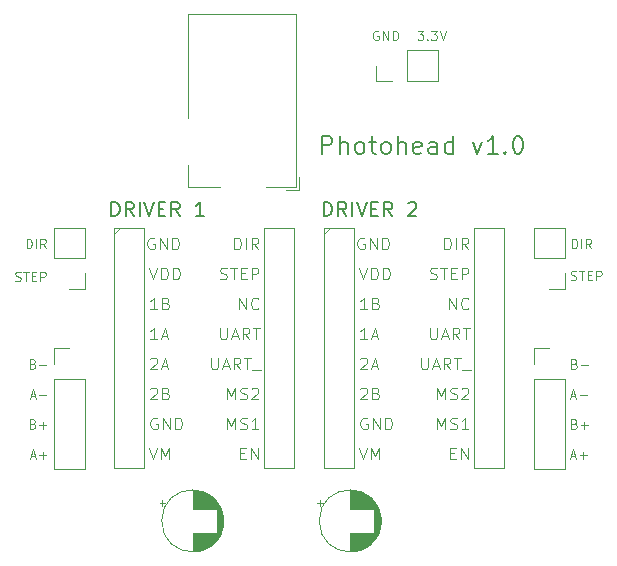
<source format=gto>
%TF.GenerationSoftware,KiCad,Pcbnew,8.0.0-8.0.0-1~ubuntu22.04.1*%
%TF.CreationDate,2024-03-03T18:13:48+01:00*%
%TF.ProjectId,photohead-elec,70686f74-6f68-4656-9164-2d656c65632e,v01*%
%TF.SameCoordinates,Original*%
%TF.FileFunction,Legend,Top*%
%TF.FilePolarity,Positive*%
%FSLAX46Y46*%
G04 Gerber Fmt 4.6, Leading zero omitted, Abs format (unit mm)*
G04 Created by KiCad (PCBNEW 8.0.0-8.0.0-1~ubuntu22.04.1) date 2024-03-03 18:13:48*
%MOMM*%
%LPD*%
G01*
G04 APERTURE LIST*
%ADD10C,0.100000*%
%ADD11C,0.150000*%
%ADD12C,0.187500*%
%ADD13C,0.120000*%
G04 APERTURE END LIST*
D10*
X157447735Y-63302895D02*
X157447735Y-62502895D01*
X157447735Y-62502895D02*
X157638211Y-62502895D01*
X157638211Y-62502895D02*
X157752497Y-62540990D01*
X157752497Y-62540990D02*
X157828687Y-62617180D01*
X157828687Y-62617180D02*
X157866782Y-62693371D01*
X157866782Y-62693371D02*
X157904878Y-62845752D01*
X157904878Y-62845752D02*
X157904878Y-62960038D01*
X157904878Y-62960038D02*
X157866782Y-63112419D01*
X157866782Y-63112419D02*
X157828687Y-63188609D01*
X157828687Y-63188609D02*
X157752497Y-63264800D01*
X157752497Y-63264800D02*
X157638211Y-63302895D01*
X157638211Y-63302895D02*
X157447735Y-63302895D01*
X158247735Y-63302895D02*
X158247735Y-62502895D01*
X159085830Y-63302895D02*
X158819163Y-62921942D01*
X158628687Y-63302895D02*
X158628687Y-62502895D01*
X158628687Y-62502895D02*
X158933449Y-62502895D01*
X158933449Y-62502895D02*
X159009639Y-62540990D01*
X159009639Y-62540990D02*
X159047734Y-62579085D01*
X159047734Y-62579085D02*
X159085830Y-62655276D01*
X159085830Y-62655276D02*
X159085830Y-62769561D01*
X159085830Y-62769561D02*
X159047734Y-62845752D01*
X159047734Y-62845752D02*
X159009639Y-62883847D01*
X159009639Y-62883847D02*
X158933449Y-62921942D01*
X158933449Y-62921942D02*
X158628687Y-62921942D01*
X157982877Y-73095847D02*
X158097163Y-73133942D01*
X158097163Y-73133942D02*
X158135258Y-73172038D01*
X158135258Y-73172038D02*
X158173354Y-73248228D01*
X158173354Y-73248228D02*
X158173354Y-73362514D01*
X158173354Y-73362514D02*
X158135258Y-73438704D01*
X158135258Y-73438704D02*
X158097163Y-73476800D01*
X158097163Y-73476800D02*
X158020973Y-73514895D01*
X158020973Y-73514895D02*
X157716211Y-73514895D01*
X157716211Y-73514895D02*
X157716211Y-72714895D01*
X157716211Y-72714895D02*
X157982877Y-72714895D01*
X157982877Y-72714895D02*
X158059068Y-72752990D01*
X158059068Y-72752990D02*
X158097163Y-72791085D01*
X158097163Y-72791085D02*
X158135258Y-72867276D01*
X158135258Y-72867276D02*
X158135258Y-72943466D01*
X158135258Y-72943466D02*
X158097163Y-73019657D01*
X158097163Y-73019657D02*
X158059068Y-73057752D01*
X158059068Y-73057752D02*
X157982877Y-73095847D01*
X157982877Y-73095847D02*
X157716211Y-73095847D01*
X158516211Y-73210133D02*
X159125735Y-73210133D01*
X203542169Y-80906323D02*
X203923122Y-80906323D01*
X203465979Y-81134895D02*
X203732646Y-80334895D01*
X203732646Y-80334895D02*
X203999312Y-81134895D01*
X204265979Y-80830133D02*
X204875503Y-80830133D01*
X204570741Y-81134895D02*
X204570741Y-80525371D01*
X157792401Y-75826323D02*
X158173354Y-75826323D01*
X157716211Y-76054895D02*
X157982878Y-75254895D01*
X157982878Y-75254895D02*
X158249544Y-76054895D01*
X158516211Y-75750133D02*
X159125735Y-75750133D01*
X187235312Y-44939990D02*
X187159122Y-44901895D01*
X187159122Y-44901895D02*
X187044836Y-44901895D01*
X187044836Y-44901895D02*
X186930550Y-44939990D01*
X186930550Y-44939990D02*
X186854360Y-45016180D01*
X186854360Y-45016180D02*
X186816265Y-45092371D01*
X186816265Y-45092371D02*
X186778169Y-45244752D01*
X186778169Y-45244752D02*
X186778169Y-45359038D01*
X186778169Y-45359038D02*
X186816265Y-45511419D01*
X186816265Y-45511419D02*
X186854360Y-45587609D01*
X186854360Y-45587609D02*
X186930550Y-45663800D01*
X186930550Y-45663800D02*
X187044836Y-45701895D01*
X187044836Y-45701895D02*
X187121027Y-45701895D01*
X187121027Y-45701895D02*
X187235312Y-45663800D01*
X187235312Y-45663800D02*
X187273408Y-45625704D01*
X187273408Y-45625704D02*
X187273408Y-45359038D01*
X187273408Y-45359038D02*
X187121027Y-45359038D01*
X187616265Y-45701895D02*
X187616265Y-44901895D01*
X187616265Y-44901895D02*
X188073408Y-45701895D01*
X188073408Y-45701895D02*
X188073408Y-44901895D01*
X188454360Y-45701895D02*
X188454360Y-44901895D01*
X188454360Y-44901895D02*
X188644836Y-44901895D01*
X188644836Y-44901895D02*
X188759122Y-44939990D01*
X188759122Y-44939990D02*
X188835312Y-45016180D01*
X188835312Y-45016180D02*
X188873407Y-45092371D01*
X188873407Y-45092371D02*
X188911503Y-45244752D01*
X188911503Y-45244752D02*
X188911503Y-45359038D01*
X188911503Y-45359038D02*
X188873407Y-45511419D01*
X188873407Y-45511419D02*
X188835312Y-45587609D01*
X188835312Y-45587609D02*
X188759122Y-45663800D01*
X188759122Y-45663800D02*
X188644836Y-45701895D01*
X188644836Y-45701895D02*
X188454360Y-45701895D01*
X203542169Y-75826323D02*
X203923122Y-75826323D01*
X203465979Y-76054895D02*
X203732646Y-75254895D01*
X203732646Y-75254895D02*
X203999312Y-76054895D01*
X204265979Y-75750133D02*
X204875503Y-75750133D01*
X190550074Y-44901895D02*
X191045312Y-44901895D01*
X191045312Y-44901895D02*
X190778646Y-45206657D01*
X190778646Y-45206657D02*
X190892931Y-45206657D01*
X190892931Y-45206657D02*
X190969122Y-45244752D01*
X190969122Y-45244752D02*
X191007217Y-45282847D01*
X191007217Y-45282847D02*
X191045312Y-45359038D01*
X191045312Y-45359038D02*
X191045312Y-45549514D01*
X191045312Y-45549514D02*
X191007217Y-45625704D01*
X191007217Y-45625704D02*
X190969122Y-45663800D01*
X190969122Y-45663800D02*
X190892931Y-45701895D01*
X190892931Y-45701895D02*
X190664360Y-45701895D01*
X190664360Y-45701895D02*
X190588169Y-45663800D01*
X190588169Y-45663800D02*
X190550074Y-45625704D01*
X191388170Y-45625704D02*
X191426265Y-45663800D01*
X191426265Y-45663800D02*
X191388170Y-45701895D01*
X191388170Y-45701895D02*
X191350074Y-45663800D01*
X191350074Y-45663800D02*
X191388170Y-45625704D01*
X191388170Y-45625704D02*
X191388170Y-45701895D01*
X191692931Y-44901895D02*
X192188169Y-44901895D01*
X192188169Y-44901895D02*
X191921503Y-45206657D01*
X191921503Y-45206657D02*
X192035788Y-45206657D01*
X192035788Y-45206657D02*
X192111979Y-45244752D01*
X192111979Y-45244752D02*
X192150074Y-45282847D01*
X192150074Y-45282847D02*
X192188169Y-45359038D01*
X192188169Y-45359038D02*
X192188169Y-45549514D01*
X192188169Y-45549514D02*
X192150074Y-45625704D01*
X192150074Y-45625704D02*
X192111979Y-45663800D01*
X192111979Y-45663800D02*
X192035788Y-45701895D01*
X192035788Y-45701895D02*
X191807217Y-45701895D01*
X191807217Y-45701895D02*
X191731026Y-45663800D01*
X191731026Y-45663800D02*
X191692931Y-45625704D01*
X192416741Y-44901895D02*
X192683408Y-45701895D01*
X192683408Y-45701895D02*
X192950074Y-44901895D01*
X175034116Y-63405419D02*
X175034116Y-62405419D01*
X175034116Y-62405419D02*
X175272211Y-62405419D01*
X175272211Y-62405419D02*
X175415068Y-62453038D01*
X175415068Y-62453038D02*
X175510306Y-62548276D01*
X175510306Y-62548276D02*
X175557925Y-62643514D01*
X175557925Y-62643514D02*
X175605544Y-62833990D01*
X175605544Y-62833990D02*
X175605544Y-62976847D01*
X175605544Y-62976847D02*
X175557925Y-63167323D01*
X175557925Y-63167323D02*
X175510306Y-63262561D01*
X175510306Y-63262561D02*
X175415068Y-63357800D01*
X175415068Y-63357800D02*
X175272211Y-63405419D01*
X175272211Y-63405419D02*
X175034116Y-63405419D01*
X176034116Y-63405419D02*
X176034116Y-62405419D01*
X177081734Y-63405419D02*
X176748401Y-62929228D01*
X176510306Y-63405419D02*
X176510306Y-62405419D01*
X176510306Y-62405419D02*
X176891258Y-62405419D01*
X176891258Y-62405419D02*
X176986496Y-62453038D01*
X176986496Y-62453038D02*
X177034115Y-62500657D01*
X177034115Y-62500657D02*
X177081734Y-62595895D01*
X177081734Y-62595895D02*
X177081734Y-62738752D01*
X177081734Y-62738752D02*
X177034115Y-62833990D01*
X177034115Y-62833990D02*
X176986496Y-62881609D01*
X176986496Y-62881609D02*
X176891258Y-62929228D01*
X176891258Y-62929228D02*
X176510306Y-62929228D01*
X203629265Y-63302895D02*
X203629265Y-62502895D01*
X203629265Y-62502895D02*
X203819741Y-62502895D01*
X203819741Y-62502895D02*
X203934027Y-62540990D01*
X203934027Y-62540990D02*
X204010217Y-62617180D01*
X204010217Y-62617180D02*
X204048312Y-62693371D01*
X204048312Y-62693371D02*
X204086408Y-62845752D01*
X204086408Y-62845752D02*
X204086408Y-62960038D01*
X204086408Y-62960038D02*
X204048312Y-63112419D01*
X204048312Y-63112419D02*
X204010217Y-63188609D01*
X204010217Y-63188609D02*
X203934027Y-63264800D01*
X203934027Y-63264800D02*
X203819741Y-63302895D01*
X203819741Y-63302895D02*
X203629265Y-63302895D01*
X204429265Y-63302895D02*
X204429265Y-62502895D01*
X205267360Y-63302895D02*
X205000693Y-62921942D01*
X204810217Y-63302895D02*
X204810217Y-62502895D01*
X204810217Y-62502895D02*
X205114979Y-62502895D01*
X205114979Y-62502895D02*
X205191169Y-62540990D01*
X205191169Y-62540990D02*
X205229264Y-62579085D01*
X205229264Y-62579085D02*
X205267360Y-62655276D01*
X205267360Y-62655276D02*
X205267360Y-62769561D01*
X205267360Y-62769561D02*
X205229264Y-62845752D01*
X205229264Y-62845752D02*
X205191169Y-62883847D01*
X205191169Y-62883847D02*
X205114979Y-62921942D01*
X205114979Y-62921942D02*
X204810217Y-62921942D01*
D11*
X182634398Y-60595342D02*
X182634398Y-59395342D01*
X182634398Y-59395342D02*
X182920112Y-59395342D01*
X182920112Y-59395342D02*
X183091541Y-59452485D01*
X183091541Y-59452485D02*
X183205826Y-59566771D01*
X183205826Y-59566771D02*
X183262969Y-59681057D01*
X183262969Y-59681057D02*
X183320112Y-59909628D01*
X183320112Y-59909628D02*
X183320112Y-60081057D01*
X183320112Y-60081057D02*
X183262969Y-60309628D01*
X183262969Y-60309628D02*
X183205826Y-60423914D01*
X183205826Y-60423914D02*
X183091541Y-60538200D01*
X183091541Y-60538200D02*
X182920112Y-60595342D01*
X182920112Y-60595342D02*
X182634398Y-60595342D01*
X184520112Y-60595342D02*
X184120112Y-60023914D01*
X183834398Y-60595342D02*
X183834398Y-59395342D01*
X183834398Y-59395342D02*
X184291541Y-59395342D01*
X184291541Y-59395342D02*
X184405826Y-59452485D01*
X184405826Y-59452485D02*
X184462969Y-59509628D01*
X184462969Y-59509628D02*
X184520112Y-59623914D01*
X184520112Y-59623914D02*
X184520112Y-59795342D01*
X184520112Y-59795342D02*
X184462969Y-59909628D01*
X184462969Y-59909628D02*
X184405826Y-59966771D01*
X184405826Y-59966771D02*
X184291541Y-60023914D01*
X184291541Y-60023914D02*
X183834398Y-60023914D01*
X185034398Y-60595342D02*
X185034398Y-59395342D01*
X185434398Y-59395342D02*
X185834398Y-60595342D01*
X185834398Y-60595342D02*
X186234398Y-59395342D01*
X186634398Y-59966771D02*
X187034398Y-59966771D01*
X187205826Y-60595342D02*
X186634398Y-60595342D01*
X186634398Y-60595342D02*
X186634398Y-59395342D01*
X186634398Y-59395342D02*
X187205826Y-59395342D01*
X188405826Y-60595342D02*
X188005826Y-60023914D01*
X187720112Y-60595342D02*
X187720112Y-59395342D01*
X187720112Y-59395342D02*
X188177255Y-59395342D01*
X188177255Y-59395342D02*
X188291540Y-59452485D01*
X188291540Y-59452485D02*
X188348683Y-59509628D01*
X188348683Y-59509628D02*
X188405826Y-59623914D01*
X188405826Y-59623914D02*
X188405826Y-59795342D01*
X188405826Y-59795342D02*
X188348683Y-59909628D01*
X188348683Y-59909628D02*
X188291540Y-59966771D01*
X188291540Y-59966771D02*
X188177255Y-60023914D01*
X188177255Y-60023914D02*
X187720112Y-60023914D01*
X189777255Y-59509628D02*
X189834398Y-59452485D01*
X189834398Y-59452485D02*
X189948684Y-59395342D01*
X189948684Y-59395342D02*
X190234398Y-59395342D01*
X190234398Y-59395342D02*
X190348684Y-59452485D01*
X190348684Y-59452485D02*
X190405826Y-59509628D01*
X190405826Y-59509628D02*
X190462969Y-59623914D01*
X190462969Y-59623914D02*
X190462969Y-59738200D01*
X190462969Y-59738200D02*
X190405826Y-59909628D01*
X190405826Y-59909628D02*
X189720112Y-60595342D01*
X189720112Y-60595342D02*
X190462969Y-60595342D01*
D10*
X203542169Y-65983800D02*
X203656455Y-66021895D01*
X203656455Y-66021895D02*
X203846931Y-66021895D01*
X203846931Y-66021895D02*
X203923122Y-65983800D01*
X203923122Y-65983800D02*
X203961217Y-65945704D01*
X203961217Y-65945704D02*
X203999312Y-65869514D01*
X203999312Y-65869514D02*
X203999312Y-65793323D01*
X203999312Y-65793323D02*
X203961217Y-65717133D01*
X203961217Y-65717133D02*
X203923122Y-65679038D01*
X203923122Y-65679038D02*
X203846931Y-65640942D01*
X203846931Y-65640942D02*
X203694550Y-65602847D01*
X203694550Y-65602847D02*
X203618360Y-65564752D01*
X203618360Y-65564752D02*
X203580265Y-65526657D01*
X203580265Y-65526657D02*
X203542169Y-65450466D01*
X203542169Y-65450466D02*
X203542169Y-65374276D01*
X203542169Y-65374276D02*
X203580265Y-65298085D01*
X203580265Y-65298085D02*
X203618360Y-65259990D01*
X203618360Y-65259990D02*
X203694550Y-65221895D01*
X203694550Y-65221895D02*
X203885027Y-65221895D01*
X203885027Y-65221895D02*
X203999312Y-65259990D01*
X204227884Y-65221895D02*
X204685027Y-65221895D01*
X204456455Y-66021895D02*
X204456455Y-65221895D01*
X204951694Y-65602847D02*
X205218360Y-65602847D01*
X205332646Y-66021895D02*
X204951694Y-66021895D01*
X204951694Y-66021895D02*
X204951694Y-65221895D01*
X204951694Y-65221895D02*
X205332646Y-65221895D01*
X205675504Y-66021895D02*
X205675504Y-65221895D01*
X205675504Y-65221895D02*
X205980266Y-65221895D01*
X205980266Y-65221895D02*
X206056456Y-65259990D01*
X206056456Y-65259990D02*
X206094551Y-65298085D01*
X206094551Y-65298085D02*
X206132647Y-65374276D01*
X206132647Y-65374276D02*
X206132647Y-65488561D01*
X206132647Y-65488561D02*
X206094551Y-65564752D01*
X206094551Y-65564752D02*
X206056456Y-65602847D01*
X206056456Y-65602847D02*
X205980266Y-65640942D01*
X205980266Y-65640942D02*
X205675504Y-65640942D01*
X157792401Y-80906323D02*
X158173354Y-80906323D01*
X157716211Y-81134895D02*
X157982878Y-80334895D01*
X157982878Y-80334895D02*
X158249544Y-81134895D01*
X158516211Y-80830133D02*
X159125735Y-80830133D01*
X158820973Y-81134895D02*
X158820973Y-80525371D01*
D12*
X182480497Y-55306678D02*
X182480497Y-53806678D01*
X182480497Y-53806678D02*
X183051926Y-53806678D01*
X183051926Y-53806678D02*
X183194783Y-53878107D01*
X183194783Y-53878107D02*
X183266212Y-53949535D01*
X183266212Y-53949535D02*
X183337640Y-54092392D01*
X183337640Y-54092392D02*
X183337640Y-54306678D01*
X183337640Y-54306678D02*
X183266212Y-54449535D01*
X183266212Y-54449535D02*
X183194783Y-54520964D01*
X183194783Y-54520964D02*
X183051926Y-54592392D01*
X183051926Y-54592392D02*
X182480497Y-54592392D01*
X183980497Y-55306678D02*
X183980497Y-53806678D01*
X184623355Y-55306678D02*
X184623355Y-54520964D01*
X184623355Y-54520964D02*
X184551926Y-54378107D01*
X184551926Y-54378107D02*
X184409069Y-54306678D01*
X184409069Y-54306678D02*
X184194783Y-54306678D01*
X184194783Y-54306678D02*
X184051926Y-54378107D01*
X184051926Y-54378107D02*
X183980497Y-54449535D01*
X185551926Y-55306678D02*
X185409069Y-55235250D01*
X185409069Y-55235250D02*
X185337640Y-55163821D01*
X185337640Y-55163821D02*
X185266212Y-55020964D01*
X185266212Y-55020964D02*
X185266212Y-54592392D01*
X185266212Y-54592392D02*
X185337640Y-54449535D01*
X185337640Y-54449535D02*
X185409069Y-54378107D01*
X185409069Y-54378107D02*
X185551926Y-54306678D01*
X185551926Y-54306678D02*
X185766212Y-54306678D01*
X185766212Y-54306678D02*
X185909069Y-54378107D01*
X185909069Y-54378107D02*
X185980498Y-54449535D01*
X185980498Y-54449535D02*
X186051926Y-54592392D01*
X186051926Y-54592392D02*
X186051926Y-55020964D01*
X186051926Y-55020964D02*
X185980498Y-55163821D01*
X185980498Y-55163821D02*
X185909069Y-55235250D01*
X185909069Y-55235250D02*
X185766212Y-55306678D01*
X185766212Y-55306678D02*
X185551926Y-55306678D01*
X186480498Y-54306678D02*
X187051926Y-54306678D01*
X186694783Y-53806678D02*
X186694783Y-55092392D01*
X186694783Y-55092392D02*
X186766212Y-55235250D01*
X186766212Y-55235250D02*
X186909069Y-55306678D01*
X186909069Y-55306678D02*
X187051926Y-55306678D01*
X187766212Y-55306678D02*
X187623355Y-55235250D01*
X187623355Y-55235250D02*
X187551926Y-55163821D01*
X187551926Y-55163821D02*
X187480498Y-55020964D01*
X187480498Y-55020964D02*
X187480498Y-54592392D01*
X187480498Y-54592392D02*
X187551926Y-54449535D01*
X187551926Y-54449535D02*
X187623355Y-54378107D01*
X187623355Y-54378107D02*
X187766212Y-54306678D01*
X187766212Y-54306678D02*
X187980498Y-54306678D01*
X187980498Y-54306678D02*
X188123355Y-54378107D01*
X188123355Y-54378107D02*
X188194784Y-54449535D01*
X188194784Y-54449535D02*
X188266212Y-54592392D01*
X188266212Y-54592392D02*
X188266212Y-55020964D01*
X188266212Y-55020964D02*
X188194784Y-55163821D01*
X188194784Y-55163821D02*
X188123355Y-55235250D01*
X188123355Y-55235250D02*
X187980498Y-55306678D01*
X187980498Y-55306678D02*
X187766212Y-55306678D01*
X188909069Y-55306678D02*
X188909069Y-53806678D01*
X189551927Y-55306678D02*
X189551927Y-54520964D01*
X189551927Y-54520964D02*
X189480498Y-54378107D01*
X189480498Y-54378107D02*
X189337641Y-54306678D01*
X189337641Y-54306678D02*
X189123355Y-54306678D01*
X189123355Y-54306678D02*
X188980498Y-54378107D01*
X188980498Y-54378107D02*
X188909069Y-54449535D01*
X190837641Y-55235250D02*
X190694784Y-55306678D01*
X190694784Y-55306678D02*
X190409070Y-55306678D01*
X190409070Y-55306678D02*
X190266212Y-55235250D01*
X190266212Y-55235250D02*
X190194784Y-55092392D01*
X190194784Y-55092392D02*
X190194784Y-54520964D01*
X190194784Y-54520964D02*
X190266212Y-54378107D01*
X190266212Y-54378107D02*
X190409070Y-54306678D01*
X190409070Y-54306678D02*
X190694784Y-54306678D01*
X190694784Y-54306678D02*
X190837641Y-54378107D01*
X190837641Y-54378107D02*
X190909070Y-54520964D01*
X190909070Y-54520964D02*
X190909070Y-54663821D01*
X190909070Y-54663821D02*
X190194784Y-54806678D01*
X192194784Y-55306678D02*
X192194784Y-54520964D01*
X192194784Y-54520964D02*
X192123355Y-54378107D01*
X192123355Y-54378107D02*
X191980498Y-54306678D01*
X191980498Y-54306678D02*
X191694784Y-54306678D01*
X191694784Y-54306678D02*
X191551926Y-54378107D01*
X192194784Y-55235250D02*
X192051926Y-55306678D01*
X192051926Y-55306678D02*
X191694784Y-55306678D01*
X191694784Y-55306678D02*
X191551926Y-55235250D01*
X191551926Y-55235250D02*
X191480498Y-55092392D01*
X191480498Y-55092392D02*
X191480498Y-54949535D01*
X191480498Y-54949535D02*
X191551926Y-54806678D01*
X191551926Y-54806678D02*
X191694784Y-54735250D01*
X191694784Y-54735250D02*
X192051926Y-54735250D01*
X192051926Y-54735250D02*
X192194784Y-54663821D01*
X193551927Y-55306678D02*
X193551927Y-53806678D01*
X193551927Y-55235250D02*
X193409069Y-55306678D01*
X193409069Y-55306678D02*
X193123355Y-55306678D01*
X193123355Y-55306678D02*
X192980498Y-55235250D01*
X192980498Y-55235250D02*
X192909069Y-55163821D01*
X192909069Y-55163821D02*
X192837641Y-55020964D01*
X192837641Y-55020964D02*
X192837641Y-54592392D01*
X192837641Y-54592392D02*
X192909069Y-54449535D01*
X192909069Y-54449535D02*
X192980498Y-54378107D01*
X192980498Y-54378107D02*
X193123355Y-54306678D01*
X193123355Y-54306678D02*
X193409069Y-54306678D01*
X193409069Y-54306678D02*
X193551927Y-54378107D01*
X195266212Y-54306678D02*
X195623355Y-55306678D01*
X195623355Y-55306678D02*
X195980498Y-54306678D01*
X197337641Y-55306678D02*
X196480498Y-55306678D01*
X196909069Y-55306678D02*
X196909069Y-53806678D01*
X196909069Y-53806678D02*
X196766212Y-54020964D01*
X196766212Y-54020964D02*
X196623355Y-54163821D01*
X196623355Y-54163821D02*
X196480498Y-54235250D01*
X197980497Y-55163821D02*
X198051926Y-55235250D01*
X198051926Y-55235250D02*
X197980497Y-55306678D01*
X197980497Y-55306678D02*
X197909069Y-55235250D01*
X197909069Y-55235250D02*
X197980497Y-55163821D01*
X197980497Y-55163821D02*
X197980497Y-55306678D01*
X198980498Y-53806678D02*
X199123355Y-53806678D01*
X199123355Y-53806678D02*
X199266212Y-53878107D01*
X199266212Y-53878107D02*
X199337641Y-53949535D01*
X199337641Y-53949535D02*
X199409069Y-54092392D01*
X199409069Y-54092392D02*
X199480498Y-54378107D01*
X199480498Y-54378107D02*
X199480498Y-54735250D01*
X199480498Y-54735250D02*
X199409069Y-55020964D01*
X199409069Y-55020964D02*
X199337641Y-55163821D01*
X199337641Y-55163821D02*
X199266212Y-55235250D01*
X199266212Y-55235250D02*
X199123355Y-55306678D01*
X199123355Y-55306678D02*
X198980498Y-55306678D01*
X198980498Y-55306678D02*
X198837641Y-55235250D01*
X198837641Y-55235250D02*
X198766212Y-55163821D01*
X198766212Y-55163821D02*
X198694783Y-55020964D01*
X198694783Y-55020964D02*
X198623355Y-54735250D01*
X198623355Y-54735250D02*
X198623355Y-54378107D01*
X198623355Y-54378107D02*
X198694783Y-54092392D01*
X198694783Y-54092392D02*
X198766212Y-53949535D01*
X198766212Y-53949535D02*
X198837641Y-53878107D01*
X198837641Y-53878107D02*
X198980498Y-53806678D01*
D10*
X156495352Y-66058800D02*
X156609638Y-66096895D01*
X156609638Y-66096895D02*
X156800114Y-66096895D01*
X156800114Y-66096895D02*
X156876305Y-66058800D01*
X156876305Y-66058800D02*
X156914400Y-66020704D01*
X156914400Y-66020704D02*
X156952495Y-65944514D01*
X156952495Y-65944514D02*
X156952495Y-65868323D01*
X156952495Y-65868323D02*
X156914400Y-65792133D01*
X156914400Y-65792133D02*
X156876305Y-65754038D01*
X156876305Y-65754038D02*
X156800114Y-65715942D01*
X156800114Y-65715942D02*
X156647733Y-65677847D01*
X156647733Y-65677847D02*
X156571543Y-65639752D01*
X156571543Y-65639752D02*
X156533448Y-65601657D01*
X156533448Y-65601657D02*
X156495352Y-65525466D01*
X156495352Y-65525466D02*
X156495352Y-65449276D01*
X156495352Y-65449276D02*
X156533448Y-65373085D01*
X156533448Y-65373085D02*
X156571543Y-65334990D01*
X156571543Y-65334990D02*
X156647733Y-65296895D01*
X156647733Y-65296895D02*
X156838210Y-65296895D01*
X156838210Y-65296895D02*
X156952495Y-65334990D01*
X157181067Y-65296895D02*
X157638210Y-65296895D01*
X157409638Y-66096895D02*
X157409638Y-65296895D01*
X157904877Y-65677847D02*
X158171543Y-65677847D01*
X158285829Y-66096895D02*
X157904877Y-66096895D01*
X157904877Y-66096895D02*
X157904877Y-65296895D01*
X157904877Y-65296895D02*
X158285829Y-65296895D01*
X158628687Y-66096895D02*
X158628687Y-65296895D01*
X158628687Y-65296895D02*
X158933449Y-65296895D01*
X158933449Y-65296895D02*
X159009639Y-65334990D01*
X159009639Y-65334990D02*
X159047734Y-65373085D01*
X159047734Y-65373085D02*
X159085830Y-65449276D01*
X159085830Y-65449276D02*
X159085830Y-65563561D01*
X159085830Y-65563561D02*
X159047734Y-65639752D01*
X159047734Y-65639752D02*
X159009639Y-65677847D01*
X159009639Y-65677847D02*
X158933449Y-65715942D01*
X158933449Y-65715942D02*
X158628687Y-65715942D01*
X203846931Y-78175847D02*
X203961217Y-78213942D01*
X203961217Y-78213942D02*
X203999312Y-78252038D01*
X203999312Y-78252038D02*
X204037408Y-78328228D01*
X204037408Y-78328228D02*
X204037408Y-78442514D01*
X204037408Y-78442514D02*
X203999312Y-78518704D01*
X203999312Y-78518704D02*
X203961217Y-78556800D01*
X203961217Y-78556800D02*
X203885027Y-78594895D01*
X203885027Y-78594895D02*
X203580265Y-78594895D01*
X203580265Y-78594895D02*
X203580265Y-77794895D01*
X203580265Y-77794895D02*
X203846931Y-77794895D01*
X203846931Y-77794895D02*
X203923122Y-77832990D01*
X203923122Y-77832990D02*
X203961217Y-77871085D01*
X203961217Y-77871085D02*
X203999312Y-77947276D01*
X203999312Y-77947276D02*
X203999312Y-78023466D01*
X203999312Y-78023466D02*
X203961217Y-78099657D01*
X203961217Y-78099657D02*
X203923122Y-78137752D01*
X203923122Y-78137752D02*
X203846931Y-78175847D01*
X203846931Y-78175847D02*
X203580265Y-78175847D01*
X204380265Y-78290133D02*
X204989789Y-78290133D01*
X204685027Y-78594895D02*
X204685027Y-77985371D01*
D11*
X164634398Y-60595342D02*
X164634398Y-59395342D01*
X164634398Y-59395342D02*
X164920112Y-59395342D01*
X164920112Y-59395342D02*
X165091541Y-59452485D01*
X165091541Y-59452485D02*
X165205826Y-59566771D01*
X165205826Y-59566771D02*
X165262969Y-59681057D01*
X165262969Y-59681057D02*
X165320112Y-59909628D01*
X165320112Y-59909628D02*
X165320112Y-60081057D01*
X165320112Y-60081057D02*
X165262969Y-60309628D01*
X165262969Y-60309628D02*
X165205826Y-60423914D01*
X165205826Y-60423914D02*
X165091541Y-60538200D01*
X165091541Y-60538200D02*
X164920112Y-60595342D01*
X164920112Y-60595342D02*
X164634398Y-60595342D01*
X166520112Y-60595342D02*
X166120112Y-60023914D01*
X165834398Y-60595342D02*
X165834398Y-59395342D01*
X165834398Y-59395342D02*
X166291541Y-59395342D01*
X166291541Y-59395342D02*
X166405826Y-59452485D01*
X166405826Y-59452485D02*
X166462969Y-59509628D01*
X166462969Y-59509628D02*
X166520112Y-59623914D01*
X166520112Y-59623914D02*
X166520112Y-59795342D01*
X166520112Y-59795342D02*
X166462969Y-59909628D01*
X166462969Y-59909628D02*
X166405826Y-59966771D01*
X166405826Y-59966771D02*
X166291541Y-60023914D01*
X166291541Y-60023914D02*
X165834398Y-60023914D01*
X167034398Y-60595342D02*
X167034398Y-59395342D01*
X167434398Y-59395342D02*
X167834398Y-60595342D01*
X167834398Y-60595342D02*
X168234398Y-59395342D01*
X168634398Y-59966771D02*
X169034398Y-59966771D01*
X169205826Y-60595342D02*
X168634398Y-60595342D01*
X168634398Y-60595342D02*
X168634398Y-59395342D01*
X168634398Y-59395342D02*
X169205826Y-59395342D01*
X170405826Y-60595342D02*
X170005826Y-60023914D01*
X169720112Y-60595342D02*
X169720112Y-59395342D01*
X169720112Y-59395342D02*
X170177255Y-59395342D01*
X170177255Y-59395342D02*
X170291540Y-59452485D01*
X170291540Y-59452485D02*
X170348683Y-59509628D01*
X170348683Y-59509628D02*
X170405826Y-59623914D01*
X170405826Y-59623914D02*
X170405826Y-59795342D01*
X170405826Y-59795342D02*
X170348683Y-59909628D01*
X170348683Y-59909628D02*
X170291540Y-59966771D01*
X170291540Y-59966771D02*
X170177255Y-60023914D01*
X170177255Y-60023914D02*
X169720112Y-60023914D01*
X172462969Y-60595342D02*
X171777255Y-60595342D01*
X172120112Y-60595342D02*
X172120112Y-59395342D01*
X172120112Y-59395342D02*
X172005826Y-59566771D01*
X172005826Y-59566771D02*
X171891541Y-59681057D01*
X171891541Y-59681057D02*
X171777255Y-59738200D01*
D10*
X157982877Y-78175847D02*
X158097163Y-78213942D01*
X158097163Y-78213942D02*
X158135258Y-78252038D01*
X158135258Y-78252038D02*
X158173354Y-78328228D01*
X158173354Y-78328228D02*
X158173354Y-78442514D01*
X158173354Y-78442514D02*
X158135258Y-78518704D01*
X158135258Y-78518704D02*
X158097163Y-78556800D01*
X158097163Y-78556800D02*
X158020973Y-78594895D01*
X158020973Y-78594895D02*
X157716211Y-78594895D01*
X157716211Y-78594895D02*
X157716211Y-77794895D01*
X157716211Y-77794895D02*
X157982877Y-77794895D01*
X157982877Y-77794895D02*
X158059068Y-77832990D01*
X158059068Y-77832990D02*
X158097163Y-77871085D01*
X158097163Y-77871085D02*
X158135258Y-77947276D01*
X158135258Y-77947276D02*
X158135258Y-78023466D01*
X158135258Y-78023466D02*
X158097163Y-78099657D01*
X158097163Y-78099657D02*
X158059068Y-78137752D01*
X158059068Y-78137752D02*
X157982877Y-78175847D01*
X157982877Y-78175847D02*
X157716211Y-78175847D01*
X158516211Y-78290133D02*
X159125735Y-78290133D01*
X158820973Y-78594895D02*
X158820973Y-77985371D01*
X203846931Y-73095847D02*
X203961217Y-73133942D01*
X203961217Y-73133942D02*
X203999312Y-73172038D01*
X203999312Y-73172038D02*
X204037408Y-73248228D01*
X204037408Y-73248228D02*
X204037408Y-73362514D01*
X204037408Y-73362514D02*
X203999312Y-73438704D01*
X203999312Y-73438704D02*
X203961217Y-73476800D01*
X203961217Y-73476800D02*
X203885027Y-73514895D01*
X203885027Y-73514895D02*
X203580265Y-73514895D01*
X203580265Y-73514895D02*
X203580265Y-72714895D01*
X203580265Y-72714895D02*
X203846931Y-72714895D01*
X203846931Y-72714895D02*
X203923122Y-72752990D01*
X203923122Y-72752990D02*
X203961217Y-72791085D01*
X203961217Y-72791085D02*
X203999312Y-72867276D01*
X203999312Y-72867276D02*
X203999312Y-72943466D01*
X203999312Y-72943466D02*
X203961217Y-73019657D01*
X203961217Y-73019657D02*
X203923122Y-73057752D01*
X203923122Y-73057752D02*
X203846931Y-73095847D01*
X203846931Y-73095847D02*
X203580265Y-73095847D01*
X204380265Y-73210133D02*
X204989789Y-73210133D01*
X168513693Y-77693038D02*
X168418455Y-77645419D01*
X168418455Y-77645419D02*
X168275598Y-77645419D01*
X168275598Y-77645419D02*
X168132741Y-77693038D01*
X168132741Y-77693038D02*
X168037503Y-77788276D01*
X168037503Y-77788276D02*
X167989884Y-77883514D01*
X167989884Y-77883514D02*
X167942265Y-78073990D01*
X167942265Y-78073990D02*
X167942265Y-78216847D01*
X167942265Y-78216847D02*
X167989884Y-78407323D01*
X167989884Y-78407323D02*
X168037503Y-78502561D01*
X168037503Y-78502561D02*
X168132741Y-78597800D01*
X168132741Y-78597800D02*
X168275598Y-78645419D01*
X168275598Y-78645419D02*
X168370836Y-78645419D01*
X168370836Y-78645419D02*
X168513693Y-78597800D01*
X168513693Y-78597800D02*
X168561312Y-78550180D01*
X168561312Y-78550180D02*
X168561312Y-78216847D01*
X168561312Y-78216847D02*
X168370836Y-78216847D01*
X168989884Y-78645419D02*
X168989884Y-77645419D01*
X168989884Y-77645419D02*
X169561312Y-78645419D01*
X169561312Y-78645419D02*
X169561312Y-77645419D01*
X170037503Y-78645419D02*
X170037503Y-77645419D01*
X170037503Y-77645419D02*
X170275598Y-77645419D01*
X170275598Y-77645419D02*
X170418455Y-77693038D01*
X170418455Y-77693038D02*
X170513693Y-77788276D01*
X170513693Y-77788276D02*
X170561312Y-77883514D01*
X170561312Y-77883514D02*
X170608931Y-78073990D01*
X170608931Y-78073990D02*
X170608931Y-78216847D01*
X170608931Y-78216847D02*
X170561312Y-78407323D01*
X170561312Y-78407323D02*
X170513693Y-78502561D01*
X170513693Y-78502561D02*
X170418455Y-78597800D01*
X170418455Y-78597800D02*
X170275598Y-78645419D01*
X170275598Y-78645419D02*
X170037503Y-78645419D01*
X167942265Y-75200657D02*
X167989884Y-75153038D01*
X167989884Y-75153038D02*
X168085122Y-75105419D01*
X168085122Y-75105419D02*
X168323217Y-75105419D01*
X168323217Y-75105419D02*
X168418455Y-75153038D01*
X168418455Y-75153038D02*
X168466074Y-75200657D01*
X168466074Y-75200657D02*
X168513693Y-75295895D01*
X168513693Y-75295895D02*
X168513693Y-75391133D01*
X168513693Y-75391133D02*
X168466074Y-75533990D01*
X168466074Y-75533990D02*
X167894646Y-76105419D01*
X167894646Y-76105419D02*
X168513693Y-76105419D01*
X169275598Y-75581609D02*
X169418455Y-75629228D01*
X169418455Y-75629228D02*
X169466074Y-75676847D01*
X169466074Y-75676847D02*
X169513693Y-75772085D01*
X169513693Y-75772085D02*
X169513693Y-75914942D01*
X169513693Y-75914942D02*
X169466074Y-76010180D01*
X169466074Y-76010180D02*
X169418455Y-76057800D01*
X169418455Y-76057800D02*
X169323217Y-76105419D01*
X169323217Y-76105419D02*
X168942265Y-76105419D01*
X168942265Y-76105419D02*
X168942265Y-75105419D01*
X168942265Y-75105419D02*
X169275598Y-75105419D01*
X169275598Y-75105419D02*
X169370836Y-75153038D01*
X169370836Y-75153038D02*
X169418455Y-75200657D01*
X169418455Y-75200657D02*
X169466074Y-75295895D01*
X169466074Y-75295895D02*
X169466074Y-75391133D01*
X169466074Y-75391133D02*
X169418455Y-75486371D01*
X169418455Y-75486371D02*
X169370836Y-75533990D01*
X169370836Y-75533990D02*
X169275598Y-75581609D01*
X169275598Y-75581609D02*
X168942265Y-75581609D01*
X174462687Y-78645419D02*
X174462687Y-77645419D01*
X174462687Y-77645419D02*
X174796020Y-78359704D01*
X174796020Y-78359704D02*
X175129353Y-77645419D01*
X175129353Y-77645419D02*
X175129353Y-78645419D01*
X175557925Y-78597800D02*
X175700782Y-78645419D01*
X175700782Y-78645419D02*
X175938877Y-78645419D01*
X175938877Y-78645419D02*
X176034115Y-78597800D01*
X176034115Y-78597800D02*
X176081734Y-78550180D01*
X176081734Y-78550180D02*
X176129353Y-78454942D01*
X176129353Y-78454942D02*
X176129353Y-78359704D01*
X176129353Y-78359704D02*
X176081734Y-78264466D01*
X176081734Y-78264466D02*
X176034115Y-78216847D01*
X176034115Y-78216847D02*
X175938877Y-78169228D01*
X175938877Y-78169228D02*
X175748401Y-78121609D01*
X175748401Y-78121609D02*
X175653163Y-78073990D01*
X175653163Y-78073990D02*
X175605544Y-78026371D01*
X175605544Y-78026371D02*
X175557925Y-77931133D01*
X175557925Y-77931133D02*
X175557925Y-77835895D01*
X175557925Y-77835895D02*
X175605544Y-77740657D01*
X175605544Y-77740657D02*
X175653163Y-77693038D01*
X175653163Y-77693038D02*
X175748401Y-77645419D01*
X175748401Y-77645419D02*
X175986496Y-77645419D01*
X175986496Y-77645419D02*
X176129353Y-77693038D01*
X177081734Y-78645419D02*
X176510306Y-78645419D01*
X176796020Y-78645419D02*
X176796020Y-77645419D01*
X176796020Y-77645419D02*
X176700782Y-77788276D01*
X176700782Y-77788276D02*
X176605544Y-77883514D01*
X176605544Y-77883514D02*
X176510306Y-77931133D01*
X175462687Y-68485419D02*
X175462687Y-67485419D01*
X175462687Y-67485419D02*
X176034115Y-68485419D01*
X176034115Y-68485419D02*
X176034115Y-67485419D01*
X177081734Y-68390180D02*
X177034115Y-68437800D01*
X177034115Y-68437800D02*
X176891258Y-68485419D01*
X176891258Y-68485419D02*
X176796020Y-68485419D01*
X176796020Y-68485419D02*
X176653163Y-68437800D01*
X176653163Y-68437800D02*
X176557925Y-68342561D01*
X176557925Y-68342561D02*
X176510306Y-68247323D01*
X176510306Y-68247323D02*
X176462687Y-68056847D01*
X176462687Y-68056847D02*
X176462687Y-67913990D01*
X176462687Y-67913990D02*
X176510306Y-67723514D01*
X176510306Y-67723514D02*
X176557925Y-67628276D01*
X176557925Y-67628276D02*
X176653163Y-67533038D01*
X176653163Y-67533038D02*
X176796020Y-67485419D01*
X176796020Y-67485419D02*
X176891258Y-67485419D01*
X176891258Y-67485419D02*
X177034115Y-67533038D01*
X177034115Y-67533038D02*
X177081734Y-67580657D01*
X168513693Y-68485419D02*
X167942265Y-68485419D01*
X168227979Y-68485419D02*
X168227979Y-67485419D01*
X168227979Y-67485419D02*
X168132741Y-67628276D01*
X168132741Y-67628276D02*
X168037503Y-67723514D01*
X168037503Y-67723514D02*
X167942265Y-67771133D01*
X169275598Y-67961609D02*
X169418455Y-68009228D01*
X169418455Y-68009228D02*
X169466074Y-68056847D01*
X169466074Y-68056847D02*
X169513693Y-68152085D01*
X169513693Y-68152085D02*
X169513693Y-68294942D01*
X169513693Y-68294942D02*
X169466074Y-68390180D01*
X169466074Y-68390180D02*
X169418455Y-68437800D01*
X169418455Y-68437800D02*
X169323217Y-68485419D01*
X169323217Y-68485419D02*
X168942265Y-68485419D01*
X168942265Y-68485419D02*
X168942265Y-67485419D01*
X168942265Y-67485419D02*
X169275598Y-67485419D01*
X169275598Y-67485419D02*
X169370836Y-67533038D01*
X169370836Y-67533038D02*
X169418455Y-67580657D01*
X169418455Y-67580657D02*
X169466074Y-67675895D01*
X169466074Y-67675895D02*
X169466074Y-67771133D01*
X169466074Y-67771133D02*
X169418455Y-67866371D01*
X169418455Y-67866371D02*
X169370836Y-67913990D01*
X169370836Y-67913990D02*
X169275598Y-67961609D01*
X169275598Y-67961609D02*
X168942265Y-67961609D01*
X167847027Y-80185419D02*
X168180360Y-81185419D01*
X168180360Y-81185419D02*
X168513693Y-80185419D01*
X168847027Y-81185419D02*
X168847027Y-80185419D01*
X168847027Y-80185419D02*
X169180360Y-80899704D01*
X169180360Y-80899704D02*
X169513693Y-80185419D01*
X169513693Y-80185419D02*
X169513693Y-81185419D01*
X174462687Y-76105419D02*
X174462687Y-75105419D01*
X174462687Y-75105419D02*
X174796020Y-75819704D01*
X174796020Y-75819704D02*
X175129353Y-75105419D01*
X175129353Y-75105419D02*
X175129353Y-76105419D01*
X175557925Y-76057800D02*
X175700782Y-76105419D01*
X175700782Y-76105419D02*
X175938877Y-76105419D01*
X175938877Y-76105419D02*
X176034115Y-76057800D01*
X176034115Y-76057800D02*
X176081734Y-76010180D01*
X176081734Y-76010180D02*
X176129353Y-75914942D01*
X176129353Y-75914942D02*
X176129353Y-75819704D01*
X176129353Y-75819704D02*
X176081734Y-75724466D01*
X176081734Y-75724466D02*
X176034115Y-75676847D01*
X176034115Y-75676847D02*
X175938877Y-75629228D01*
X175938877Y-75629228D02*
X175748401Y-75581609D01*
X175748401Y-75581609D02*
X175653163Y-75533990D01*
X175653163Y-75533990D02*
X175605544Y-75486371D01*
X175605544Y-75486371D02*
X175557925Y-75391133D01*
X175557925Y-75391133D02*
X175557925Y-75295895D01*
X175557925Y-75295895D02*
X175605544Y-75200657D01*
X175605544Y-75200657D02*
X175653163Y-75153038D01*
X175653163Y-75153038D02*
X175748401Y-75105419D01*
X175748401Y-75105419D02*
X175986496Y-75105419D01*
X175986496Y-75105419D02*
X176129353Y-75153038D01*
X176510306Y-75200657D02*
X176557925Y-75153038D01*
X176557925Y-75153038D02*
X176653163Y-75105419D01*
X176653163Y-75105419D02*
X176891258Y-75105419D01*
X176891258Y-75105419D02*
X176986496Y-75153038D01*
X176986496Y-75153038D02*
X177034115Y-75200657D01*
X177034115Y-75200657D02*
X177081734Y-75295895D01*
X177081734Y-75295895D02*
X177081734Y-75391133D01*
X177081734Y-75391133D02*
X177034115Y-75533990D01*
X177034115Y-75533990D02*
X176462687Y-76105419D01*
X176462687Y-76105419D02*
X177081734Y-76105419D01*
X173843639Y-65897800D02*
X173986496Y-65945419D01*
X173986496Y-65945419D02*
X174224591Y-65945419D01*
X174224591Y-65945419D02*
X174319829Y-65897800D01*
X174319829Y-65897800D02*
X174367448Y-65850180D01*
X174367448Y-65850180D02*
X174415067Y-65754942D01*
X174415067Y-65754942D02*
X174415067Y-65659704D01*
X174415067Y-65659704D02*
X174367448Y-65564466D01*
X174367448Y-65564466D02*
X174319829Y-65516847D01*
X174319829Y-65516847D02*
X174224591Y-65469228D01*
X174224591Y-65469228D02*
X174034115Y-65421609D01*
X174034115Y-65421609D02*
X173938877Y-65373990D01*
X173938877Y-65373990D02*
X173891258Y-65326371D01*
X173891258Y-65326371D02*
X173843639Y-65231133D01*
X173843639Y-65231133D02*
X173843639Y-65135895D01*
X173843639Y-65135895D02*
X173891258Y-65040657D01*
X173891258Y-65040657D02*
X173938877Y-64993038D01*
X173938877Y-64993038D02*
X174034115Y-64945419D01*
X174034115Y-64945419D02*
X174272210Y-64945419D01*
X174272210Y-64945419D02*
X174415067Y-64993038D01*
X174700782Y-64945419D02*
X175272210Y-64945419D01*
X174986496Y-65945419D02*
X174986496Y-64945419D01*
X175605544Y-65421609D02*
X175938877Y-65421609D01*
X176081734Y-65945419D02*
X175605544Y-65945419D01*
X175605544Y-65945419D02*
X175605544Y-64945419D01*
X175605544Y-64945419D02*
X176081734Y-64945419D01*
X176510306Y-65945419D02*
X176510306Y-64945419D01*
X176510306Y-64945419D02*
X176891258Y-64945419D01*
X176891258Y-64945419D02*
X176986496Y-64993038D01*
X176986496Y-64993038D02*
X177034115Y-65040657D01*
X177034115Y-65040657D02*
X177081734Y-65135895D01*
X177081734Y-65135895D02*
X177081734Y-65278752D01*
X177081734Y-65278752D02*
X177034115Y-65373990D01*
X177034115Y-65373990D02*
X176986496Y-65421609D01*
X176986496Y-65421609D02*
X176891258Y-65469228D01*
X176891258Y-65469228D02*
X176510306Y-65469228D01*
X175557925Y-80661609D02*
X175891258Y-80661609D01*
X176034115Y-81185419D02*
X175557925Y-81185419D01*
X175557925Y-81185419D02*
X175557925Y-80185419D01*
X175557925Y-80185419D02*
X176034115Y-80185419D01*
X176462687Y-81185419D02*
X176462687Y-80185419D01*
X176462687Y-80185419D02*
X177034115Y-81185419D01*
X177034115Y-81185419D02*
X177034115Y-80185419D01*
X173081734Y-72565419D02*
X173081734Y-73374942D01*
X173081734Y-73374942D02*
X173129353Y-73470180D01*
X173129353Y-73470180D02*
X173176972Y-73517800D01*
X173176972Y-73517800D02*
X173272210Y-73565419D01*
X173272210Y-73565419D02*
X173462686Y-73565419D01*
X173462686Y-73565419D02*
X173557924Y-73517800D01*
X173557924Y-73517800D02*
X173605543Y-73470180D01*
X173605543Y-73470180D02*
X173653162Y-73374942D01*
X173653162Y-73374942D02*
X173653162Y-72565419D01*
X174081734Y-73279704D02*
X174557924Y-73279704D01*
X173986496Y-73565419D02*
X174319829Y-72565419D01*
X174319829Y-72565419D02*
X174653162Y-73565419D01*
X175557924Y-73565419D02*
X175224591Y-73089228D01*
X174986496Y-73565419D02*
X174986496Y-72565419D01*
X174986496Y-72565419D02*
X175367448Y-72565419D01*
X175367448Y-72565419D02*
X175462686Y-72613038D01*
X175462686Y-72613038D02*
X175510305Y-72660657D01*
X175510305Y-72660657D02*
X175557924Y-72755895D01*
X175557924Y-72755895D02*
X175557924Y-72898752D01*
X175557924Y-72898752D02*
X175510305Y-72993990D01*
X175510305Y-72993990D02*
X175462686Y-73041609D01*
X175462686Y-73041609D02*
X175367448Y-73089228D01*
X175367448Y-73089228D02*
X174986496Y-73089228D01*
X175843639Y-72565419D02*
X176415067Y-72565419D01*
X176129353Y-73565419D02*
X176129353Y-72565419D01*
X176510306Y-73660657D02*
X177272210Y-73660657D01*
X167847027Y-64945419D02*
X168180360Y-65945419D01*
X168180360Y-65945419D02*
X168513693Y-64945419D01*
X168847027Y-65945419D02*
X168847027Y-64945419D01*
X168847027Y-64945419D02*
X169085122Y-64945419D01*
X169085122Y-64945419D02*
X169227979Y-64993038D01*
X169227979Y-64993038D02*
X169323217Y-65088276D01*
X169323217Y-65088276D02*
X169370836Y-65183514D01*
X169370836Y-65183514D02*
X169418455Y-65373990D01*
X169418455Y-65373990D02*
X169418455Y-65516847D01*
X169418455Y-65516847D02*
X169370836Y-65707323D01*
X169370836Y-65707323D02*
X169323217Y-65802561D01*
X169323217Y-65802561D02*
X169227979Y-65897800D01*
X169227979Y-65897800D02*
X169085122Y-65945419D01*
X169085122Y-65945419D02*
X168847027Y-65945419D01*
X169847027Y-65945419D02*
X169847027Y-64945419D01*
X169847027Y-64945419D02*
X170085122Y-64945419D01*
X170085122Y-64945419D02*
X170227979Y-64993038D01*
X170227979Y-64993038D02*
X170323217Y-65088276D01*
X170323217Y-65088276D02*
X170370836Y-65183514D01*
X170370836Y-65183514D02*
X170418455Y-65373990D01*
X170418455Y-65373990D02*
X170418455Y-65516847D01*
X170418455Y-65516847D02*
X170370836Y-65707323D01*
X170370836Y-65707323D02*
X170323217Y-65802561D01*
X170323217Y-65802561D02*
X170227979Y-65897800D01*
X170227979Y-65897800D02*
X170085122Y-65945419D01*
X170085122Y-65945419D02*
X169847027Y-65945419D01*
X168513693Y-71025419D02*
X167942265Y-71025419D01*
X168227979Y-71025419D02*
X168227979Y-70025419D01*
X168227979Y-70025419D02*
X168132741Y-70168276D01*
X168132741Y-70168276D02*
X168037503Y-70263514D01*
X168037503Y-70263514D02*
X167942265Y-70311133D01*
X168894646Y-70739704D02*
X169370836Y-70739704D01*
X168799408Y-71025419D02*
X169132741Y-70025419D01*
X169132741Y-70025419D02*
X169466074Y-71025419D01*
X168259693Y-62453038D02*
X168164455Y-62405419D01*
X168164455Y-62405419D02*
X168021598Y-62405419D01*
X168021598Y-62405419D02*
X167878741Y-62453038D01*
X167878741Y-62453038D02*
X167783503Y-62548276D01*
X167783503Y-62548276D02*
X167735884Y-62643514D01*
X167735884Y-62643514D02*
X167688265Y-62833990D01*
X167688265Y-62833990D02*
X167688265Y-62976847D01*
X167688265Y-62976847D02*
X167735884Y-63167323D01*
X167735884Y-63167323D02*
X167783503Y-63262561D01*
X167783503Y-63262561D02*
X167878741Y-63357800D01*
X167878741Y-63357800D02*
X168021598Y-63405419D01*
X168021598Y-63405419D02*
X168116836Y-63405419D01*
X168116836Y-63405419D02*
X168259693Y-63357800D01*
X168259693Y-63357800D02*
X168307312Y-63310180D01*
X168307312Y-63310180D02*
X168307312Y-62976847D01*
X168307312Y-62976847D02*
X168116836Y-62976847D01*
X168735884Y-63405419D02*
X168735884Y-62405419D01*
X168735884Y-62405419D02*
X169307312Y-63405419D01*
X169307312Y-63405419D02*
X169307312Y-62405419D01*
X169783503Y-63405419D02*
X169783503Y-62405419D01*
X169783503Y-62405419D02*
X170021598Y-62405419D01*
X170021598Y-62405419D02*
X170164455Y-62453038D01*
X170164455Y-62453038D02*
X170259693Y-62548276D01*
X170259693Y-62548276D02*
X170307312Y-62643514D01*
X170307312Y-62643514D02*
X170354931Y-62833990D01*
X170354931Y-62833990D02*
X170354931Y-62976847D01*
X170354931Y-62976847D02*
X170307312Y-63167323D01*
X170307312Y-63167323D02*
X170259693Y-63262561D01*
X170259693Y-63262561D02*
X170164455Y-63357800D01*
X170164455Y-63357800D02*
X170021598Y-63405419D01*
X170021598Y-63405419D02*
X169783503Y-63405419D01*
X173843639Y-70025419D02*
X173843639Y-70834942D01*
X173843639Y-70834942D02*
X173891258Y-70930180D01*
X173891258Y-70930180D02*
X173938877Y-70977800D01*
X173938877Y-70977800D02*
X174034115Y-71025419D01*
X174034115Y-71025419D02*
X174224591Y-71025419D01*
X174224591Y-71025419D02*
X174319829Y-70977800D01*
X174319829Y-70977800D02*
X174367448Y-70930180D01*
X174367448Y-70930180D02*
X174415067Y-70834942D01*
X174415067Y-70834942D02*
X174415067Y-70025419D01*
X174843639Y-70739704D02*
X175319829Y-70739704D01*
X174748401Y-71025419D02*
X175081734Y-70025419D01*
X175081734Y-70025419D02*
X175415067Y-71025419D01*
X176319829Y-71025419D02*
X175986496Y-70549228D01*
X175748401Y-71025419D02*
X175748401Y-70025419D01*
X175748401Y-70025419D02*
X176129353Y-70025419D01*
X176129353Y-70025419D02*
X176224591Y-70073038D01*
X176224591Y-70073038D02*
X176272210Y-70120657D01*
X176272210Y-70120657D02*
X176319829Y-70215895D01*
X176319829Y-70215895D02*
X176319829Y-70358752D01*
X176319829Y-70358752D02*
X176272210Y-70453990D01*
X176272210Y-70453990D02*
X176224591Y-70501609D01*
X176224591Y-70501609D02*
X176129353Y-70549228D01*
X176129353Y-70549228D02*
X175748401Y-70549228D01*
X176605544Y-70025419D02*
X177176972Y-70025419D01*
X176891258Y-71025419D02*
X176891258Y-70025419D01*
X167942265Y-72660657D02*
X167989884Y-72613038D01*
X167989884Y-72613038D02*
X168085122Y-72565419D01*
X168085122Y-72565419D02*
X168323217Y-72565419D01*
X168323217Y-72565419D02*
X168418455Y-72613038D01*
X168418455Y-72613038D02*
X168466074Y-72660657D01*
X168466074Y-72660657D02*
X168513693Y-72755895D01*
X168513693Y-72755895D02*
X168513693Y-72851133D01*
X168513693Y-72851133D02*
X168466074Y-72993990D01*
X168466074Y-72993990D02*
X167894646Y-73565419D01*
X167894646Y-73565419D02*
X168513693Y-73565419D01*
X168894646Y-73279704D02*
X169370836Y-73279704D01*
X168799408Y-73565419D02*
X169132741Y-72565419D01*
X169132741Y-72565419D02*
X169466074Y-73565419D01*
X191623639Y-65897800D02*
X191766496Y-65945419D01*
X191766496Y-65945419D02*
X192004591Y-65945419D01*
X192004591Y-65945419D02*
X192099829Y-65897800D01*
X192099829Y-65897800D02*
X192147448Y-65850180D01*
X192147448Y-65850180D02*
X192195067Y-65754942D01*
X192195067Y-65754942D02*
X192195067Y-65659704D01*
X192195067Y-65659704D02*
X192147448Y-65564466D01*
X192147448Y-65564466D02*
X192099829Y-65516847D01*
X192099829Y-65516847D02*
X192004591Y-65469228D01*
X192004591Y-65469228D02*
X191814115Y-65421609D01*
X191814115Y-65421609D02*
X191718877Y-65373990D01*
X191718877Y-65373990D02*
X191671258Y-65326371D01*
X191671258Y-65326371D02*
X191623639Y-65231133D01*
X191623639Y-65231133D02*
X191623639Y-65135895D01*
X191623639Y-65135895D02*
X191671258Y-65040657D01*
X191671258Y-65040657D02*
X191718877Y-64993038D01*
X191718877Y-64993038D02*
X191814115Y-64945419D01*
X191814115Y-64945419D02*
X192052210Y-64945419D01*
X192052210Y-64945419D02*
X192195067Y-64993038D01*
X192480782Y-64945419D02*
X193052210Y-64945419D01*
X192766496Y-65945419D02*
X192766496Y-64945419D01*
X193385544Y-65421609D02*
X193718877Y-65421609D01*
X193861734Y-65945419D02*
X193385544Y-65945419D01*
X193385544Y-65945419D02*
X193385544Y-64945419D01*
X193385544Y-64945419D02*
X193861734Y-64945419D01*
X194290306Y-65945419D02*
X194290306Y-64945419D01*
X194290306Y-64945419D02*
X194671258Y-64945419D01*
X194671258Y-64945419D02*
X194766496Y-64993038D01*
X194766496Y-64993038D02*
X194814115Y-65040657D01*
X194814115Y-65040657D02*
X194861734Y-65135895D01*
X194861734Y-65135895D02*
X194861734Y-65278752D01*
X194861734Y-65278752D02*
X194814115Y-65373990D01*
X194814115Y-65373990D02*
X194766496Y-65421609D01*
X194766496Y-65421609D02*
X194671258Y-65469228D01*
X194671258Y-65469228D02*
X194290306Y-65469228D01*
X186293693Y-77693038D02*
X186198455Y-77645419D01*
X186198455Y-77645419D02*
X186055598Y-77645419D01*
X186055598Y-77645419D02*
X185912741Y-77693038D01*
X185912741Y-77693038D02*
X185817503Y-77788276D01*
X185817503Y-77788276D02*
X185769884Y-77883514D01*
X185769884Y-77883514D02*
X185722265Y-78073990D01*
X185722265Y-78073990D02*
X185722265Y-78216847D01*
X185722265Y-78216847D02*
X185769884Y-78407323D01*
X185769884Y-78407323D02*
X185817503Y-78502561D01*
X185817503Y-78502561D02*
X185912741Y-78597800D01*
X185912741Y-78597800D02*
X186055598Y-78645419D01*
X186055598Y-78645419D02*
X186150836Y-78645419D01*
X186150836Y-78645419D02*
X186293693Y-78597800D01*
X186293693Y-78597800D02*
X186341312Y-78550180D01*
X186341312Y-78550180D02*
X186341312Y-78216847D01*
X186341312Y-78216847D02*
X186150836Y-78216847D01*
X186769884Y-78645419D02*
X186769884Y-77645419D01*
X186769884Y-77645419D02*
X187341312Y-78645419D01*
X187341312Y-78645419D02*
X187341312Y-77645419D01*
X187817503Y-78645419D02*
X187817503Y-77645419D01*
X187817503Y-77645419D02*
X188055598Y-77645419D01*
X188055598Y-77645419D02*
X188198455Y-77693038D01*
X188198455Y-77693038D02*
X188293693Y-77788276D01*
X188293693Y-77788276D02*
X188341312Y-77883514D01*
X188341312Y-77883514D02*
X188388931Y-78073990D01*
X188388931Y-78073990D02*
X188388931Y-78216847D01*
X188388931Y-78216847D02*
X188341312Y-78407323D01*
X188341312Y-78407323D02*
X188293693Y-78502561D01*
X188293693Y-78502561D02*
X188198455Y-78597800D01*
X188198455Y-78597800D02*
X188055598Y-78645419D01*
X188055598Y-78645419D02*
X187817503Y-78645419D01*
X186039693Y-62453038D02*
X185944455Y-62405419D01*
X185944455Y-62405419D02*
X185801598Y-62405419D01*
X185801598Y-62405419D02*
X185658741Y-62453038D01*
X185658741Y-62453038D02*
X185563503Y-62548276D01*
X185563503Y-62548276D02*
X185515884Y-62643514D01*
X185515884Y-62643514D02*
X185468265Y-62833990D01*
X185468265Y-62833990D02*
X185468265Y-62976847D01*
X185468265Y-62976847D02*
X185515884Y-63167323D01*
X185515884Y-63167323D02*
X185563503Y-63262561D01*
X185563503Y-63262561D02*
X185658741Y-63357800D01*
X185658741Y-63357800D02*
X185801598Y-63405419D01*
X185801598Y-63405419D02*
X185896836Y-63405419D01*
X185896836Y-63405419D02*
X186039693Y-63357800D01*
X186039693Y-63357800D02*
X186087312Y-63310180D01*
X186087312Y-63310180D02*
X186087312Y-62976847D01*
X186087312Y-62976847D02*
X185896836Y-62976847D01*
X186515884Y-63405419D02*
X186515884Y-62405419D01*
X186515884Y-62405419D02*
X187087312Y-63405419D01*
X187087312Y-63405419D02*
X187087312Y-62405419D01*
X187563503Y-63405419D02*
X187563503Y-62405419D01*
X187563503Y-62405419D02*
X187801598Y-62405419D01*
X187801598Y-62405419D02*
X187944455Y-62453038D01*
X187944455Y-62453038D02*
X188039693Y-62548276D01*
X188039693Y-62548276D02*
X188087312Y-62643514D01*
X188087312Y-62643514D02*
X188134931Y-62833990D01*
X188134931Y-62833990D02*
X188134931Y-62976847D01*
X188134931Y-62976847D02*
X188087312Y-63167323D01*
X188087312Y-63167323D02*
X188039693Y-63262561D01*
X188039693Y-63262561D02*
X187944455Y-63357800D01*
X187944455Y-63357800D02*
X187801598Y-63405419D01*
X187801598Y-63405419D02*
X187563503Y-63405419D01*
X192242687Y-76105419D02*
X192242687Y-75105419D01*
X192242687Y-75105419D02*
X192576020Y-75819704D01*
X192576020Y-75819704D02*
X192909353Y-75105419D01*
X192909353Y-75105419D02*
X192909353Y-76105419D01*
X193337925Y-76057800D02*
X193480782Y-76105419D01*
X193480782Y-76105419D02*
X193718877Y-76105419D01*
X193718877Y-76105419D02*
X193814115Y-76057800D01*
X193814115Y-76057800D02*
X193861734Y-76010180D01*
X193861734Y-76010180D02*
X193909353Y-75914942D01*
X193909353Y-75914942D02*
X193909353Y-75819704D01*
X193909353Y-75819704D02*
X193861734Y-75724466D01*
X193861734Y-75724466D02*
X193814115Y-75676847D01*
X193814115Y-75676847D02*
X193718877Y-75629228D01*
X193718877Y-75629228D02*
X193528401Y-75581609D01*
X193528401Y-75581609D02*
X193433163Y-75533990D01*
X193433163Y-75533990D02*
X193385544Y-75486371D01*
X193385544Y-75486371D02*
X193337925Y-75391133D01*
X193337925Y-75391133D02*
X193337925Y-75295895D01*
X193337925Y-75295895D02*
X193385544Y-75200657D01*
X193385544Y-75200657D02*
X193433163Y-75153038D01*
X193433163Y-75153038D02*
X193528401Y-75105419D01*
X193528401Y-75105419D02*
X193766496Y-75105419D01*
X193766496Y-75105419D02*
X193909353Y-75153038D01*
X194290306Y-75200657D02*
X194337925Y-75153038D01*
X194337925Y-75153038D02*
X194433163Y-75105419D01*
X194433163Y-75105419D02*
X194671258Y-75105419D01*
X194671258Y-75105419D02*
X194766496Y-75153038D01*
X194766496Y-75153038D02*
X194814115Y-75200657D01*
X194814115Y-75200657D02*
X194861734Y-75295895D01*
X194861734Y-75295895D02*
X194861734Y-75391133D01*
X194861734Y-75391133D02*
X194814115Y-75533990D01*
X194814115Y-75533990D02*
X194242687Y-76105419D01*
X194242687Y-76105419D02*
X194861734Y-76105419D01*
X192242687Y-78645419D02*
X192242687Y-77645419D01*
X192242687Y-77645419D02*
X192576020Y-78359704D01*
X192576020Y-78359704D02*
X192909353Y-77645419D01*
X192909353Y-77645419D02*
X192909353Y-78645419D01*
X193337925Y-78597800D02*
X193480782Y-78645419D01*
X193480782Y-78645419D02*
X193718877Y-78645419D01*
X193718877Y-78645419D02*
X193814115Y-78597800D01*
X193814115Y-78597800D02*
X193861734Y-78550180D01*
X193861734Y-78550180D02*
X193909353Y-78454942D01*
X193909353Y-78454942D02*
X193909353Y-78359704D01*
X193909353Y-78359704D02*
X193861734Y-78264466D01*
X193861734Y-78264466D02*
X193814115Y-78216847D01*
X193814115Y-78216847D02*
X193718877Y-78169228D01*
X193718877Y-78169228D02*
X193528401Y-78121609D01*
X193528401Y-78121609D02*
X193433163Y-78073990D01*
X193433163Y-78073990D02*
X193385544Y-78026371D01*
X193385544Y-78026371D02*
X193337925Y-77931133D01*
X193337925Y-77931133D02*
X193337925Y-77835895D01*
X193337925Y-77835895D02*
X193385544Y-77740657D01*
X193385544Y-77740657D02*
X193433163Y-77693038D01*
X193433163Y-77693038D02*
X193528401Y-77645419D01*
X193528401Y-77645419D02*
X193766496Y-77645419D01*
X193766496Y-77645419D02*
X193909353Y-77693038D01*
X194861734Y-78645419D02*
X194290306Y-78645419D01*
X194576020Y-78645419D02*
X194576020Y-77645419D01*
X194576020Y-77645419D02*
X194480782Y-77788276D01*
X194480782Y-77788276D02*
X194385544Y-77883514D01*
X194385544Y-77883514D02*
X194290306Y-77931133D01*
X185627027Y-80185419D02*
X185960360Y-81185419D01*
X185960360Y-81185419D02*
X186293693Y-80185419D01*
X186627027Y-81185419D02*
X186627027Y-80185419D01*
X186627027Y-80185419D02*
X186960360Y-80899704D01*
X186960360Y-80899704D02*
X187293693Y-80185419D01*
X187293693Y-80185419D02*
X187293693Y-81185419D01*
X191623639Y-70025419D02*
X191623639Y-70834942D01*
X191623639Y-70834942D02*
X191671258Y-70930180D01*
X191671258Y-70930180D02*
X191718877Y-70977800D01*
X191718877Y-70977800D02*
X191814115Y-71025419D01*
X191814115Y-71025419D02*
X192004591Y-71025419D01*
X192004591Y-71025419D02*
X192099829Y-70977800D01*
X192099829Y-70977800D02*
X192147448Y-70930180D01*
X192147448Y-70930180D02*
X192195067Y-70834942D01*
X192195067Y-70834942D02*
X192195067Y-70025419D01*
X192623639Y-70739704D02*
X193099829Y-70739704D01*
X192528401Y-71025419D02*
X192861734Y-70025419D01*
X192861734Y-70025419D02*
X193195067Y-71025419D01*
X194099829Y-71025419D02*
X193766496Y-70549228D01*
X193528401Y-71025419D02*
X193528401Y-70025419D01*
X193528401Y-70025419D02*
X193909353Y-70025419D01*
X193909353Y-70025419D02*
X194004591Y-70073038D01*
X194004591Y-70073038D02*
X194052210Y-70120657D01*
X194052210Y-70120657D02*
X194099829Y-70215895D01*
X194099829Y-70215895D02*
X194099829Y-70358752D01*
X194099829Y-70358752D02*
X194052210Y-70453990D01*
X194052210Y-70453990D02*
X194004591Y-70501609D01*
X194004591Y-70501609D02*
X193909353Y-70549228D01*
X193909353Y-70549228D02*
X193528401Y-70549228D01*
X194385544Y-70025419D02*
X194956972Y-70025419D01*
X194671258Y-71025419D02*
X194671258Y-70025419D01*
X192814116Y-63405419D02*
X192814116Y-62405419D01*
X192814116Y-62405419D02*
X193052211Y-62405419D01*
X193052211Y-62405419D02*
X193195068Y-62453038D01*
X193195068Y-62453038D02*
X193290306Y-62548276D01*
X193290306Y-62548276D02*
X193337925Y-62643514D01*
X193337925Y-62643514D02*
X193385544Y-62833990D01*
X193385544Y-62833990D02*
X193385544Y-62976847D01*
X193385544Y-62976847D02*
X193337925Y-63167323D01*
X193337925Y-63167323D02*
X193290306Y-63262561D01*
X193290306Y-63262561D02*
X193195068Y-63357800D01*
X193195068Y-63357800D02*
X193052211Y-63405419D01*
X193052211Y-63405419D02*
X192814116Y-63405419D01*
X193814116Y-63405419D02*
X193814116Y-62405419D01*
X194861734Y-63405419D02*
X194528401Y-62929228D01*
X194290306Y-63405419D02*
X194290306Y-62405419D01*
X194290306Y-62405419D02*
X194671258Y-62405419D01*
X194671258Y-62405419D02*
X194766496Y-62453038D01*
X194766496Y-62453038D02*
X194814115Y-62500657D01*
X194814115Y-62500657D02*
X194861734Y-62595895D01*
X194861734Y-62595895D02*
X194861734Y-62738752D01*
X194861734Y-62738752D02*
X194814115Y-62833990D01*
X194814115Y-62833990D02*
X194766496Y-62881609D01*
X194766496Y-62881609D02*
X194671258Y-62929228D01*
X194671258Y-62929228D02*
X194290306Y-62929228D01*
X185722265Y-72660657D02*
X185769884Y-72613038D01*
X185769884Y-72613038D02*
X185865122Y-72565419D01*
X185865122Y-72565419D02*
X186103217Y-72565419D01*
X186103217Y-72565419D02*
X186198455Y-72613038D01*
X186198455Y-72613038D02*
X186246074Y-72660657D01*
X186246074Y-72660657D02*
X186293693Y-72755895D01*
X186293693Y-72755895D02*
X186293693Y-72851133D01*
X186293693Y-72851133D02*
X186246074Y-72993990D01*
X186246074Y-72993990D02*
X185674646Y-73565419D01*
X185674646Y-73565419D02*
X186293693Y-73565419D01*
X186674646Y-73279704D02*
X187150836Y-73279704D01*
X186579408Y-73565419D02*
X186912741Y-72565419D01*
X186912741Y-72565419D02*
X187246074Y-73565419D01*
X190861734Y-72565419D02*
X190861734Y-73374942D01*
X190861734Y-73374942D02*
X190909353Y-73470180D01*
X190909353Y-73470180D02*
X190956972Y-73517800D01*
X190956972Y-73517800D02*
X191052210Y-73565419D01*
X191052210Y-73565419D02*
X191242686Y-73565419D01*
X191242686Y-73565419D02*
X191337924Y-73517800D01*
X191337924Y-73517800D02*
X191385543Y-73470180D01*
X191385543Y-73470180D02*
X191433162Y-73374942D01*
X191433162Y-73374942D02*
X191433162Y-72565419D01*
X191861734Y-73279704D02*
X192337924Y-73279704D01*
X191766496Y-73565419D02*
X192099829Y-72565419D01*
X192099829Y-72565419D02*
X192433162Y-73565419D01*
X193337924Y-73565419D02*
X193004591Y-73089228D01*
X192766496Y-73565419D02*
X192766496Y-72565419D01*
X192766496Y-72565419D02*
X193147448Y-72565419D01*
X193147448Y-72565419D02*
X193242686Y-72613038D01*
X193242686Y-72613038D02*
X193290305Y-72660657D01*
X193290305Y-72660657D02*
X193337924Y-72755895D01*
X193337924Y-72755895D02*
X193337924Y-72898752D01*
X193337924Y-72898752D02*
X193290305Y-72993990D01*
X193290305Y-72993990D02*
X193242686Y-73041609D01*
X193242686Y-73041609D02*
X193147448Y-73089228D01*
X193147448Y-73089228D02*
X192766496Y-73089228D01*
X193623639Y-72565419D02*
X194195067Y-72565419D01*
X193909353Y-73565419D02*
X193909353Y-72565419D01*
X194290306Y-73660657D02*
X195052210Y-73660657D01*
X193337925Y-80661609D02*
X193671258Y-80661609D01*
X193814115Y-81185419D02*
X193337925Y-81185419D01*
X193337925Y-81185419D02*
X193337925Y-80185419D01*
X193337925Y-80185419D02*
X193814115Y-80185419D01*
X194242687Y-81185419D02*
X194242687Y-80185419D01*
X194242687Y-80185419D02*
X194814115Y-81185419D01*
X194814115Y-81185419D02*
X194814115Y-80185419D01*
X193242687Y-68485419D02*
X193242687Y-67485419D01*
X193242687Y-67485419D02*
X193814115Y-68485419D01*
X193814115Y-68485419D02*
X193814115Y-67485419D01*
X194861734Y-68390180D02*
X194814115Y-68437800D01*
X194814115Y-68437800D02*
X194671258Y-68485419D01*
X194671258Y-68485419D02*
X194576020Y-68485419D01*
X194576020Y-68485419D02*
X194433163Y-68437800D01*
X194433163Y-68437800D02*
X194337925Y-68342561D01*
X194337925Y-68342561D02*
X194290306Y-68247323D01*
X194290306Y-68247323D02*
X194242687Y-68056847D01*
X194242687Y-68056847D02*
X194242687Y-67913990D01*
X194242687Y-67913990D02*
X194290306Y-67723514D01*
X194290306Y-67723514D02*
X194337925Y-67628276D01*
X194337925Y-67628276D02*
X194433163Y-67533038D01*
X194433163Y-67533038D02*
X194576020Y-67485419D01*
X194576020Y-67485419D02*
X194671258Y-67485419D01*
X194671258Y-67485419D02*
X194814115Y-67533038D01*
X194814115Y-67533038D02*
X194861734Y-67580657D01*
X186293693Y-71025419D02*
X185722265Y-71025419D01*
X186007979Y-71025419D02*
X186007979Y-70025419D01*
X186007979Y-70025419D02*
X185912741Y-70168276D01*
X185912741Y-70168276D02*
X185817503Y-70263514D01*
X185817503Y-70263514D02*
X185722265Y-70311133D01*
X186674646Y-70739704D02*
X187150836Y-70739704D01*
X186579408Y-71025419D02*
X186912741Y-70025419D01*
X186912741Y-70025419D02*
X187246074Y-71025419D01*
X185627027Y-64945419D02*
X185960360Y-65945419D01*
X185960360Y-65945419D02*
X186293693Y-64945419D01*
X186627027Y-65945419D02*
X186627027Y-64945419D01*
X186627027Y-64945419D02*
X186865122Y-64945419D01*
X186865122Y-64945419D02*
X187007979Y-64993038D01*
X187007979Y-64993038D02*
X187103217Y-65088276D01*
X187103217Y-65088276D02*
X187150836Y-65183514D01*
X187150836Y-65183514D02*
X187198455Y-65373990D01*
X187198455Y-65373990D02*
X187198455Y-65516847D01*
X187198455Y-65516847D02*
X187150836Y-65707323D01*
X187150836Y-65707323D02*
X187103217Y-65802561D01*
X187103217Y-65802561D02*
X187007979Y-65897800D01*
X187007979Y-65897800D02*
X186865122Y-65945419D01*
X186865122Y-65945419D02*
X186627027Y-65945419D01*
X187627027Y-65945419D02*
X187627027Y-64945419D01*
X187627027Y-64945419D02*
X187865122Y-64945419D01*
X187865122Y-64945419D02*
X188007979Y-64993038D01*
X188007979Y-64993038D02*
X188103217Y-65088276D01*
X188103217Y-65088276D02*
X188150836Y-65183514D01*
X188150836Y-65183514D02*
X188198455Y-65373990D01*
X188198455Y-65373990D02*
X188198455Y-65516847D01*
X188198455Y-65516847D02*
X188150836Y-65707323D01*
X188150836Y-65707323D02*
X188103217Y-65802561D01*
X188103217Y-65802561D02*
X188007979Y-65897800D01*
X188007979Y-65897800D02*
X187865122Y-65945419D01*
X187865122Y-65945419D02*
X187627027Y-65945419D01*
X186293693Y-68485419D02*
X185722265Y-68485419D01*
X186007979Y-68485419D02*
X186007979Y-67485419D01*
X186007979Y-67485419D02*
X185912741Y-67628276D01*
X185912741Y-67628276D02*
X185817503Y-67723514D01*
X185817503Y-67723514D02*
X185722265Y-67771133D01*
X187055598Y-67961609D02*
X187198455Y-68009228D01*
X187198455Y-68009228D02*
X187246074Y-68056847D01*
X187246074Y-68056847D02*
X187293693Y-68152085D01*
X187293693Y-68152085D02*
X187293693Y-68294942D01*
X187293693Y-68294942D02*
X187246074Y-68390180D01*
X187246074Y-68390180D02*
X187198455Y-68437800D01*
X187198455Y-68437800D02*
X187103217Y-68485419D01*
X187103217Y-68485419D02*
X186722265Y-68485419D01*
X186722265Y-68485419D02*
X186722265Y-67485419D01*
X186722265Y-67485419D02*
X187055598Y-67485419D01*
X187055598Y-67485419D02*
X187150836Y-67533038D01*
X187150836Y-67533038D02*
X187198455Y-67580657D01*
X187198455Y-67580657D02*
X187246074Y-67675895D01*
X187246074Y-67675895D02*
X187246074Y-67771133D01*
X187246074Y-67771133D02*
X187198455Y-67866371D01*
X187198455Y-67866371D02*
X187150836Y-67913990D01*
X187150836Y-67913990D02*
X187055598Y-67961609D01*
X187055598Y-67961609D02*
X186722265Y-67961609D01*
X185722265Y-75200657D02*
X185769884Y-75153038D01*
X185769884Y-75153038D02*
X185865122Y-75105419D01*
X185865122Y-75105419D02*
X186103217Y-75105419D01*
X186103217Y-75105419D02*
X186198455Y-75153038D01*
X186198455Y-75153038D02*
X186246074Y-75200657D01*
X186246074Y-75200657D02*
X186293693Y-75295895D01*
X186293693Y-75295895D02*
X186293693Y-75391133D01*
X186293693Y-75391133D02*
X186246074Y-75533990D01*
X186246074Y-75533990D02*
X185674646Y-76105419D01*
X185674646Y-76105419D02*
X186293693Y-76105419D01*
X187055598Y-75581609D02*
X187198455Y-75629228D01*
X187198455Y-75629228D02*
X187246074Y-75676847D01*
X187246074Y-75676847D02*
X187293693Y-75772085D01*
X187293693Y-75772085D02*
X187293693Y-75914942D01*
X187293693Y-75914942D02*
X187246074Y-76010180D01*
X187246074Y-76010180D02*
X187198455Y-76057800D01*
X187198455Y-76057800D02*
X187103217Y-76105419D01*
X187103217Y-76105419D02*
X186722265Y-76105419D01*
X186722265Y-76105419D02*
X186722265Y-75105419D01*
X186722265Y-75105419D02*
X187055598Y-75105419D01*
X187055598Y-75105419D02*
X187150836Y-75153038D01*
X187150836Y-75153038D02*
X187198455Y-75200657D01*
X187198455Y-75200657D02*
X187246074Y-75295895D01*
X187246074Y-75295895D02*
X187246074Y-75391133D01*
X187246074Y-75391133D02*
X187198455Y-75486371D01*
X187198455Y-75486371D02*
X187150836Y-75533990D01*
X187150836Y-75533990D02*
X187055598Y-75581609D01*
X187055598Y-75581609D02*
X186722265Y-75581609D01*
D13*
%TO.C,J1*%
X171097000Y-43450000D02*
X180297000Y-43450000D01*
X171097000Y-52250000D02*
X171097000Y-43450000D01*
X171097000Y-58150000D02*
X171097000Y-56250000D01*
X173797000Y-58150000D02*
X171097000Y-58150000D01*
X179447000Y-58350000D02*
X180497000Y-58350000D01*
X180297000Y-43450000D02*
X180297000Y-58150000D01*
X180297000Y-58150000D02*
X177697000Y-58150000D01*
X180497000Y-57300000D02*
X180497000Y-58350000D01*
%TO.C,J3*%
X159752000Y-64178000D02*
X159752000Y-61578000D01*
X162412000Y-61578000D02*
X159752000Y-61578000D01*
X162412000Y-64178000D02*
X159752000Y-64178000D01*
X162412000Y-64178000D02*
X162412000Y-61578000D01*
X162412000Y-65448000D02*
X162412000Y-66778000D01*
X162412000Y-66778000D02*
X161082000Y-66778000D01*
%TO.C,J4*%
X159752000Y-71748000D02*
X161082000Y-71748000D01*
X159752000Y-73078000D02*
X159752000Y-71748000D01*
X159752000Y-74348000D02*
X159752000Y-82028000D01*
X159752000Y-74348000D02*
X162412000Y-74348000D01*
X159752000Y-82028000D02*
X162412000Y-82028000D01*
X162412000Y-74348000D02*
X162412000Y-82028000D01*
%TO.C,J5*%
X200392000Y-64178000D02*
X200392000Y-61578000D01*
X203052000Y-61578000D02*
X200392000Y-61578000D01*
X203052000Y-64178000D02*
X200392000Y-64178000D01*
X203052000Y-64178000D02*
X203052000Y-61578000D01*
X203052000Y-65448000D02*
X203052000Y-66778000D01*
X203052000Y-66778000D02*
X201722000Y-66778000D01*
%TO.C,J6*%
X200392000Y-71748000D02*
X201722000Y-71748000D01*
X200392000Y-73078000D02*
X200392000Y-71748000D01*
X200392000Y-74348000D02*
X200392000Y-82028000D01*
X200392000Y-74348000D02*
X203052000Y-74348000D01*
X200392000Y-82028000D02*
X203052000Y-82028000D01*
X203052000Y-74348000D02*
X203052000Y-82028000D01*
%TO.C,U1*%
X164892000Y-61628000D02*
X164892000Y-81948000D01*
X164892000Y-61628000D02*
X167432000Y-61628000D01*
D10*
X164892000Y-62136000D02*
X165400000Y-61628000D01*
D13*
X164892000Y-81948000D02*
X167432000Y-81948000D01*
X167432000Y-61628000D02*
X167432000Y-81948000D01*
X177592000Y-61628000D02*
X177592000Y-81948000D01*
X177592000Y-61628000D02*
X180132000Y-61628000D01*
X177592000Y-81948000D02*
X180132000Y-81948000D01*
X180132000Y-61628000D02*
X180132000Y-81948000D01*
%TO.C,C1*%
X168707225Y-84918000D02*
X169207225Y-84918000D01*
X168957225Y-84668000D02*
X168957225Y-85168000D01*
X171512000Y-83813000D02*
X171512000Y-85353000D01*
X171512000Y-87433000D02*
X171512000Y-88973000D01*
X171552000Y-83813000D02*
X171552000Y-85353000D01*
X171552000Y-87433000D02*
X171552000Y-88973000D01*
X171592000Y-83814000D02*
X171592000Y-85353000D01*
X171592000Y-87433000D02*
X171592000Y-88972000D01*
X171632000Y-83815000D02*
X171632000Y-85353000D01*
X171632000Y-87433000D02*
X171632000Y-88971000D01*
X171672000Y-83817000D02*
X171672000Y-85353000D01*
X171672000Y-87433000D02*
X171672000Y-88969000D01*
X171712000Y-83820000D02*
X171712000Y-85353000D01*
X171712000Y-87433000D02*
X171712000Y-88966000D01*
X171752000Y-83824000D02*
X171752000Y-85353000D01*
X171752000Y-87433000D02*
X171752000Y-88962000D01*
X171792000Y-83828000D02*
X171792000Y-85353000D01*
X171792000Y-87433000D02*
X171792000Y-88958000D01*
X171832000Y-83832000D02*
X171832000Y-85353000D01*
X171832000Y-87433000D02*
X171832000Y-88954000D01*
X171872000Y-83837000D02*
X171872000Y-85353000D01*
X171872000Y-87433000D02*
X171872000Y-88949000D01*
X171912000Y-83843000D02*
X171912000Y-85353000D01*
X171912000Y-87433000D02*
X171912000Y-88943000D01*
X171952000Y-83850000D02*
X171952000Y-85353000D01*
X171952000Y-87433000D02*
X171952000Y-88936000D01*
X171992000Y-83857000D02*
X171992000Y-85353000D01*
X171992000Y-87433000D02*
X171992000Y-88929000D01*
X172032000Y-83865000D02*
X172032000Y-85353000D01*
X172032000Y-87433000D02*
X172032000Y-88921000D01*
X172072000Y-83873000D02*
X172072000Y-85353000D01*
X172072000Y-87433000D02*
X172072000Y-88913000D01*
X172112000Y-83882000D02*
X172112000Y-85353000D01*
X172112000Y-87433000D02*
X172112000Y-88904000D01*
X172152000Y-83892000D02*
X172152000Y-85353000D01*
X172152000Y-87433000D02*
X172152000Y-88894000D01*
X172192000Y-83902000D02*
X172192000Y-85353000D01*
X172192000Y-87433000D02*
X172192000Y-88884000D01*
X172233000Y-83913000D02*
X172233000Y-85353000D01*
X172233000Y-87433000D02*
X172233000Y-88873000D01*
X172273000Y-83925000D02*
X172273000Y-85353000D01*
X172273000Y-87433000D02*
X172273000Y-88861000D01*
X172313000Y-83938000D02*
X172313000Y-85353000D01*
X172313000Y-87433000D02*
X172313000Y-88848000D01*
X172353000Y-83951000D02*
X172353000Y-85353000D01*
X172353000Y-87433000D02*
X172353000Y-88835000D01*
X172393000Y-83965000D02*
X172393000Y-85353000D01*
X172393000Y-87433000D02*
X172393000Y-88821000D01*
X172433000Y-83979000D02*
X172433000Y-85353000D01*
X172433000Y-87433000D02*
X172433000Y-88807000D01*
X172473000Y-83995000D02*
X172473000Y-85353000D01*
X172473000Y-87433000D02*
X172473000Y-88791000D01*
X172513000Y-84011000D02*
X172513000Y-85353000D01*
X172513000Y-87433000D02*
X172513000Y-88775000D01*
X172553000Y-84028000D02*
X172553000Y-85353000D01*
X172553000Y-87433000D02*
X172553000Y-88758000D01*
X172593000Y-84045000D02*
X172593000Y-85353000D01*
X172593000Y-87433000D02*
X172593000Y-88741000D01*
X172633000Y-84064000D02*
X172633000Y-85353000D01*
X172633000Y-87433000D02*
X172633000Y-88722000D01*
X172673000Y-84083000D02*
X172673000Y-85353000D01*
X172673000Y-87433000D02*
X172673000Y-88703000D01*
X172713000Y-84103000D02*
X172713000Y-85353000D01*
X172713000Y-87433000D02*
X172713000Y-88683000D01*
X172753000Y-84125000D02*
X172753000Y-85353000D01*
X172753000Y-87433000D02*
X172753000Y-88661000D01*
X172793000Y-84146000D02*
X172793000Y-85353000D01*
X172793000Y-87433000D02*
X172793000Y-88640000D01*
X172833000Y-84169000D02*
X172833000Y-85353000D01*
X172833000Y-87433000D02*
X172833000Y-88617000D01*
X172873000Y-84193000D02*
X172873000Y-85353000D01*
X172873000Y-87433000D02*
X172873000Y-88593000D01*
X172913000Y-84218000D02*
X172913000Y-85353000D01*
X172913000Y-87433000D02*
X172913000Y-88568000D01*
X172953000Y-84244000D02*
X172953000Y-85353000D01*
X172953000Y-87433000D02*
X172953000Y-88542000D01*
X172993000Y-84271000D02*
X172993000Y-85353000D01*
X172993000Y-87433000D02*
X172993000Y-88515000D01*
X173033000Y-84298000D02*
X173033000Y-85353000D01*
X173033000Y-87433000D02*
X173033000Y-88488000D01*
X173073000Y-84328000D02*
X173073000Y-85353000D01*
X173073000Y-87433000D02*
X173073000Y-88458000D01*
X173113000Y-84358000D02*
X173113000Y-85353000D01*
X173113000Y-87433000D02*
X173113000Y-88428000D01*
X173153000Y-84389000D02*
X173153000Y-85353000D01*
X173153000Y-87433000D02*
X173153000Y-88397000D01*
X173193000Y-84422000D02*
X173193000Y-85353000D01*
X173193000Y-87433000D02*
X173193000Y-88364000D01*
X173233000Y-84456000D02*
X173233000Y-85353000D01*
X173233000Y-87433000D02*
X173233000Y-88330000D01*
X173273000Y-84492000D02*
X173273000Y-85353000D01*
X173273000Y-87433000D02*
X173273000Y-88294000D01*
X173313000Y-84529000D02*
X173313000Y-85353000D01*
X173313000Y-87433000D02*
X173313000Y-88257000D01*
X173353000Y-84567000D02*
X173353000Y-85353000D01*
X173353000Y-87433000D02*
X173353000Y-88219000D01*
X173393000Y-84608000D02*
X173393000Y-85353000D01*
X173393000Y-87433000D02*
X173393000Y-88178000D01*
X173433000Y-84650000D02*
X173433000Y-85353000D01*
X173433000Y-87433000D02*
X173433000Y-88136000D01*
X173473000Y-84694000D02*
X173473000Y-85353000D01*
X173473000Y-87433000D02*
X173473000Y-88092000D01*
X173513000Y-84740000D02*
X173513000Y-85353000D01*
X173513000Y-87433000D02*
X173513000Y-88046000D01*
X173553000Y-84788000D02*
X173553000Y-87998000D01*
X173593000Y-84839000D02*
X173593000Y-87947000D01*
X173633000Y-84893000D02*
X173633000Y-87893000D01*
X173673000Y-84950000D02*
X173673000Y-87836000D01*
X173713000Y-85010000D02*
X173713000Y-87776000D01*
X173753000Y-85074000D02*
X173753000Y-87712000D01*
X173793000Y-85142000D02*
X173793000Y-87644000D01*
X173833000Y-85215000D02*
X173833000Y-87571000D01*
X173873000Y-85295000D02*
X173873000Y-87491000D01*
X173913000Y-85382000D02*
X173913000Y-87404000D01*
X173953000Y-85478000D02*
X173953000Y-87308000D01*
X173993000Y-85588000D02*
X173993000Y-87198000D01*
X174033000Y-85716000D02*
X174033000Y-87070000D01*
X174073000Y-85875000D02*
X174073000Y-86911000D01*
X174113000Y-86109000D02*
X174113000Y-86677000D01*
X174132000Y-86393000D02*
G75*
G02*
X168892000Y-86393000I-2620000J0D01*
G01*
X168892000Y-86393000D02*
G75*
G02*
X174132000Y-86393000I2620000J0D01*
G01*
%TO.C,C2*%
X182042225Y-84918000D02*
X182542225Y-84918000D01*
X182292225Y-84668000D02*
X182292225Y-85168000D01*
X184847000Y-83813000D02*
X184847000Y-85353000D01*
X184847000Y-87433000D02*
X184847000Y-88973000D01*
X184887000Y-83813000D02*
X184887000Y-85353000D01*
X184887000Y-87433000D02*
X184887000Y-88973000D01*
X184927000Y-83814000D02*
X184927000Y-85353000D01*
X184927000Y-87433000D02*
X184927000Y-88972000D01*
X184967000Y-83815000D02*
X184967000Y-85353000D01*
X184967000Y-87433000D02*
X184967000Y-88971000D01*
X185007000Y-83817000D02*
X185007000Y-85353000D01*
X185007000Y-87433000D02*
X185007000Y-88969000D01*
X185047000Y-83820000D02*
X185047000Y-85353000D01*
X185047000Y-87433000D02*
X185047000Y-88966000D01*
X185087000Y-83824000D02*
X185087000Y-85353000D01*
X185087000Y-87433000D02*
X185087000Y-88962000D01*
X185127000Y-83828000D02*
X185127000Y-85353000D01*
X185127000Y-87433000D02*
X185127000Y-88958000D01*
X185167000Y-83832000D02*
X185167000Y-85353000D01*
X185167000Y-87433000D02*
X185167000Y-88954000D01*
X185207000Y-83837000D02*
X185207000Y-85353000D01*
X185207000Y-87433000D02*
X185207000Y-88949000D01*
X185247000Y-83843000D02*
X185247000Y-85353000D01*
X185247000Y-87433000D02*
X185247000Y-88943000D01*
X185287000Y-83850000D02*
X185287000Y-85353000D01*
X185287000Y-87433000D02*
X185287000Y-88936000D01*
X185327000Y-83857000D02*
X185327000Y-85353000D01*
X185327000Y-87433000D02*
X185327000Y-88929000D01*
X185367000Y-83865000D02*
X185367000Y-85353000D01*
X185367000Y-87433000D02*
X185367000Y-88921000D01*
X185407000Y-83873000D02*
X185407000Y-85353000D01*
X185407000Y-87433000D02*
X185407000Y-88913000D01*
X185447000Y-83882000D02*
X185447000Y-85353000D01*
X185447000Y-87433000D02*
X185447000Y-88904000D01*
X185487000Y-83892000D02*
X185487000Y-85353000D01*
X185487000Y-87433000D02*
X185487000Y-88894000D01*
X185527000Y-83902000D02*
X185527000Y-85353000D01*
X185527000Y-87433000D02*
X185527000Y-88884000D01*
X185568000Y-83913000D02*
X185568000Y-85353000D01*
X185568000Y-87433000D02*
X185568000Y-88873000D01*
X185608000Y-83925000D02*
X185608000Y-85353000D01*
X185608000Y-87433000D02*
X185608000Y-88861000D01*
X185648000Y-83938000D02*
X185648000Y-85353000D01*
X185648000Y-87433000D02*
X185648000Y-88848000D01*
X185688000Y-83951000D02*
X185688000Y-85353000D01*
X185688000Y-87433000D02*
X185688000Y-88835000D01*
X185728000Y-83965000D02*
X185728000Y-85353000D01*
X185728000Y-87433000D02*
X185728000Y-88821000D01*
X185768000Y-83979000D02*
X185768000Y-85353000D01*
X185768000Y-87433000D02*
X185768000Y-88807000D01*
X185808000Y-83995000D02*
X185808000Y-85353000D01*
X185808000Y-87433000D02*
X185808000Y-88791000D01*
X185848000Y-84011000D02*
X185848000Y-85353000D01*
X185848000Y-87433000D02*
X185848000Y-88775000D01*
X185888000Y-84028000D02*
X185888000Y-85353000D01*
X185888000Y-87433000D02*
X185888000Y-88758000D01*
X185928000Y-84045000D02*
X185928000Y-85353000D01*
X185928000Y-87433000D02*
X185928000Y-88741000D01*
X185968000Y-84064000D02*
X185968000Y-85353000D01*
X185968000Y-87433000D02*
X185968000Y-88722000D01*
X186008000Y-84083000D02*
X186008000Y-85353000D01*
X186008000Y-87433000D02*
X186008000Y-88703000D01*
X186048000Y-84103000D02*
X186048000Y-85353000D01*
X186048000Y-87433000D02*
X186048000Y-88683000D01*
X186088000Y-84125000D02*
X186088000Y-85353000D01*
X186088000Y-87433000D02*
X186088000Y-88661000D01*
X186128000Y-84146000D02*
X186128000Y-85353000D01*
X186128000Y-87433000D02*
X186128000Y-88640000D01*
X186168000Y-84169000D02*
X186168000Y-85353000D01*
X186168000Y-87433000D02*
X186168000Y-88617000D01*
X186208000Y-84193000D02*
X186208000Y-85353000D01*
X186208000Y-87433000D02*
X186208000Y-88593000D01*
X186248000Y-84218000D02*
X186248000Y-85353000D01*
X186248000Y-87433000D02*
X186248000Y-88568000D01*
X186288000Y-84244000D02*
X186288000Y-85353000D01*
X186288000Y-87433000D02*
X186288000Y-88542000D01*
X186328000Y-84271000D02*
X186328000Y-85353000D01*
X186328000Y-87433000D02*
X186328000Y-88515000D01*
X186368000Y-84298000D02*
X186368000Y-85353000D01*
X186368000Y-87433000D02*
X186368000Y-88488000D01*
X186408000Y-84328000D02*
X186408000Y-85353000D01*
X186408000Y-87433000D02*
X186408000Y-88458000D01*
X186448000Y-84358000D02*
X186448000Y-85353000D01*
X186448000Y-87433000D02*
X186448000Y-88428000D01*
X186488000Y-84389000D02*
X186488000Y-85353000D01*
X186488000Y-87433000D02*
X186488000Y-88397000D01*
X186528000Y-84422000D02*
X186528000Y-85353000D01*
X186528000Y-87433000D02*
X186528000Y-88364000D01*
X186568000Y-84456000D02*
X186568000Y-85353000D01*
X186568000Y-87433000D02*
X186568000Y-88330000D01*
X186608000Y-84492000D02*
X186608000Y-85353000D01*
X186608000Y-87433000D02*
X186608000Y-88294000D01*
X186648000Y-84529000D02*
X186648000Y-85353000D01*
X186648000Y-87433000D02*
X186648000Y-88257000D01*
X186688000Y-84567000D02*
X186688000Y-85353000D01*
X186688000Y-87433000D02*
X186688000Y-88219000D01*
X186728000Y-84608000D02*
X186728000Y-85353000D01*
X186728000Y-87433000D02*
X186728000Y-88178000D01*
X186768000Y-84650000D02*
X186768000Y-85353000D01*
X186768000Y-87433000D02*
X186768000Y-88136000D01*
X186808000Y-84694000D02*
X186808000Y-85353000D01*
X186808000Y-87433000D02*
X186808000Y-88092000D01*
X186848000Y-84740000D02*
X186848000Y-85353000D01*
X186848000Y-87433000D02*
X186848000Y-88046000D01*
X186888000Y-84788000D02*
X186888000Y-87998000D01*
X186928000Y-84839000D02*
X186928000Y-87947000D01*
X186968000Y-84893000D02*
X186968000Y-87893000D01*
X187008000Y-84950000D02*
X187008000Y-87836000D01*
X187048000Y-85010000D02*
X187048000Y-87776000D01*
X187088000Y-85074000D02*
X187088000Y-87712000D01*
X187128000Y-85142000D02*
X187128000Y-87644000D01*
X187168000Y-85215000D02*
X187168000Y-87571000D01*
X187208000Y-85295000D02*
X187208000Y-87491000D01*
X187248000Y-85382000D02*
X187248000Y-87404000D01*
X187288000Y-85478000D02*
X187288000Y-87308000D01*
X187328000Y-85588000D02*
X187328000Y-87198000D01*
X187368000Y-85716000D02*
X187368000Y-87070000D01*
X187408000Y-85875000D02*
X187408000Y-86911000D01*
X187448000Y-86109000D02*
X187448000Y-86677000D01*
X187467000Y-86393000D02*
G75*
G02*
X182227000Y-86393000I-2620000J0D01*
G01*
X182227000Y-86393000D02*
G75*
G02*
X187467000Y-86393000I2620000J0D01*
G01*
%TO.C,U2*%
X182672000Y-61628000D02*
X182672000Y-81948000D01*
X182672000Y-61628000D02*
X185212000Y-61628000D01*
D10*
X182672000Y-62136000D02*
X183180000Y-61628000D01*
D13*
X182672000Y-81948000D02*
X185212000Y-81948000D01*
X185212000Y-61628000D02*
X185212000Y-81948000D01*
X195372000Y-61628000D02*
X195372000Y-81948000D01*
X195372000Y-61628000D02*
X197912000Y-61628000D01*
X195372000Y-81948000D02*
X197912000Y-81948000D01*
X197912000Y-61628000D02*
X197912000Y-81948000D01*
%TO.C,J2*%
X187052000Y-49188000D02*
X187052000Y-47858000D01*
X188382000Y-49188000D02*
X187052000Y-49188000D01*
X189652000Y-46528000D02*
X192252000Y-46528000D01*
X189652000Y-49188000D02*
X189652000Y-46528000D01*
X189652000Y-49188000D02*
X192252000Y-49188000D01*
X192252000Y-49188000D02*
X192252000Y-46528000D01*
%TD*%
M02*

</source>
